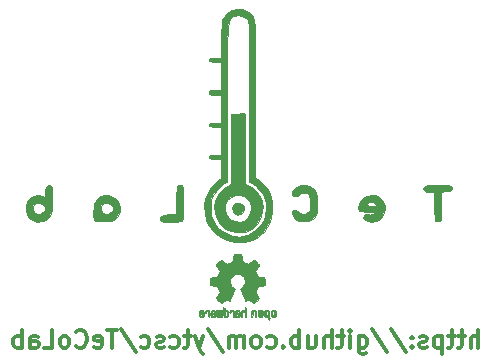
<source format=gbo>
G04 #@! TF.GenerationSoftware,KiCad,Pcbnew,5.1.5+dfsg1-2build2*
G04 #@! TF.CreationDate,2022-01-27T10:42:47-03:00*
G04 #@! TF.ProjectId,TeCoLab_Board,5465436f-4c61-4625-9f42-6f6172642e6b,1.00*
G04 #@! TF.SameCoordinates,Original*
G04 #@! TF.FileFunction,Legend,Bot*
G04 #@! TF.FilePolarity,Positive*
%FSLAX46Y46*%
G04 Gerber Fmt 4.6, Leading zero omitted, Abs format (unit mm)*
G04 Created by KiCad (PCBNEW 5.1.5+dfsg1-2build2) date 2022-01-27 10:42:47*
%MOMM*%
%LPD*%
G04 APERTURE LIST*
%ADD10C,0.300000*%
%ADD11C,0.010000*%
G04 APERTURE END LIST*
D10*
X161659337Y-125407811D02*
X161659337Y-123907811D01*
X161016480Y-125407811D02*
X161016480Y-124622097D01*
X161087908Y-124479240D01*
X161230765Y-124407811D01*
X161445051Y-124407811D01*
X161587908Y-124479240D01*
X161659337Y-124550668D01*
X160516480Y-124407811D02*
X159945051Y-124407811D01*
X160302194Y-123907811D02*
X160302194Y-125193525D01*
X160230765Y-125336382D01*
X160087908Y-125407811D01*
X159945051Y-125407811D01*
X159659337Y-124407811D02*
X159087908Y-124407811D01*
X159445051Y-123907811D02*
X159445051Y-125193525D01*
X159373622Y-125336382D01*
X159230765Y-125407811D01*
X159087908Y-125407811D01*
X158587908Y-124407811D02*
X158587908Y-125907811D01*
X158587908Y-124479240D02*
X158445051Y-124407811D01*
X158159337Y-124407811D01*
X158016480Y-124479240D01*
X157945051Y-124550668D01*
X157873622Y-124693525D01*
X157873622Y-125122097D01*
X157945051Y-125264954D01*
X158016480Y-125336382D01*
X158159337Y-125407811D01*
X158445051Y-125407811D01*
X158587908Y-125336382D01*
X157302194Y-125336382D02*
X157159337Y-125407811D01*
X156873622Y-125407811D01*
X156730765Y-125336382D01*
X156659337Y-125193525D01*
X156659337Y-125122097D01*
X156730765Y-124979240D01*
X156873622Y-124907811D01*
X157087908Y-124907811D01*
X157230765Y-124836382D01*
X157302194Y-124693525D01*
X157302194Y-124622097D01*
X157230765Y-124479240D01*
X157087908Y-124407811D01*
X156873622Y-124407811D01*
X156730765Y-124479240D01*
X156016480Y-125264954D02*
X155945051Y-125336382D01*
X156016480Y-125407811D01*
X156087908Y-125336382D01*
X156016480Y-125264954D01*
X156016480Y-125407811D01*
X156016480Y-124479240D02*
X155945051Y-124550668D01*
X156016480Y-124622097D01*
X156087908Y-124550668D01*
X156016480Y-124479240D01*
X156016480Y-124622097D01*
X154230765Y-123836382D02*
X155516480Y-125764954D01*
X152659337Y-123836382D02*
X153945051Y-125764954D01*
X151516480Y-124407811D02*
X151516480Y-125622097D01*
X151587908Y-125764954D01*
X151659337Y-125836382D01*
X151802194Y-125907811D01*
X152016480Y-125907811D01*
X152159337Y-125836382D01*
X151516480Y-125336382D02*
X151659337Y-125407811D01*
X151945051Y-125407811D01*
X152087908Y-125336382D01*
X152159337Y-125264954D01*
X152230765Y-125122097D01*
X152230765Y-124693525D01*
X152159337Y-124550668D01*
X152087908Y-124479240D01*
X151945051Y-124407811D01*
X151659337Y-124407811D01*
X151516480Y-124479240D01*
X150802194Y-125407811D02*
X150802194Y-124407811D01*
X150802194Y-123907811D02*
X150873622Y-123979240D01*
X150802194Y-124050668D01*
X150730765Y-123979240D01*
X150802194Y-123907811D01*
X150802194Y-124050668D01*
X150302194Y-124407811D02*
X149730765Y-124407811D01*
X150087908Y-123907811D02*
X150087908Y-125193525D01*
X150016480Y-125336382D01*
X149873622Y-125407811D01*
X149730765Y-125407811D01*
X149230765Y-125407811D02*
X149230765Y-123907811D01*
X148587908Y-125407811D02*
X148587908Y-124622097D01*
X148659337Y-124479240D01*
X148802194Y-124407811D01*
X149016480Y-124407811D01*
X149159337Y-124479240D01*
X149230765Y-124550668D01*
X147230765Y-124407811D02*
X147230765Y-125407811D01*
X147873622Y-124407811D02*
X147873622Y-125193525D01*
X147802194Y-125336382D01*
X147659337Y-125407811D01*
X147445051Y-125407811D01*
X147302194Y-125336382D01*
X147230765Y-125264954D01*
X146516480Y-125407811D02*
X146516480Y-123907811D01*
X146516480Y-124479240D02*
X146373622Y-124407811D01*
X146087908Y-124407811D01*
X145945051Y-124479240D01*
X145873622Y-124550668D01*
X145802194Y-124693525D01*
X145802194Y-125122097D01*
X145873622Y-125264954D01*
X145945051Y-125336382D01*
X146087908Y-125407811D01*
X146373622Y-125407811D01*
X146516480Y-125336382D01*
X145159337Y-125264954D02*
X145087908Y-125336382D01*
X145159337Y-125407811D01*
X145230765Y-125336382D01*
X145159337Y-125264954D01*
X145159337Y-125407811D01*
X143802194Y-125336382D02*
X143945051Y-125407811D01*
X144230765Y-125407811D01*
X144373622Y-125336382D01*
X144445051Y-125264954D01*
X144516480Y-125122097D01*
X144516480Y-124693525D01*
X144445051Y-124550668D01*
X144373622Y-124479240D01*
X144230765Y-124407811D01*
X143945051Y-124407811D01*
X143802194Y-124479240D01*
X142945051Y-125407811D02*
X143087908Y-125336382D01*
X143159337Y-125264954D01*
X143230765Y-125122097D01*
X143230765Y-124693525D01*
X143159337Y-124550668D01*
X143087908Y-124479240D01*
X142945051Y-124407811D01*
X142730765Y-124407811D01*
X142587908Y-124479240D01*
X142516480Y-124550668D01*
X142445051Y-124693525D01*
X142445051Y-125122097D01*
X142516480Y-125264954D01*
X142587908Y-125336382D01*
X142730765Y-125407811D01*
X142945051Y-125407811D01*
X141802194Y-125407811D02*
X141802194Y-124407811D01*
X141802194Y-124550668D02*
X141730765Y-124479240D01*
X141587908Y-124407811D01*
X141373622Y-124407811D01*
X141230765Y-124479240D01*
X141159337Y-124622097D01*
X141159337Y-125407811D01*
X141159337Y-124622097D02*
X141087908Y-124479240D01*
X140945051Y-124407811D01*
X140730765Y-124407811D01*
X140587908Y-124479240D01*
X140516480Y-124622097D01*
X140516480Y-125407811D01*
X138730765Y-123836382D02*
X140016480Y-125764954D01*
X138373622Y-124407811D02*
X138016480Y-125407811D01*
X137659337Y-124407811D02*
X138016480Y-125407811D01*
X138159337Y-125764954D01*
X138230765Y-125836382D01*
X138373622Y-125907811D01*
X137302194Y-124407811D02*
X136730765Y-124407811D01*
X137087908Y-123907811D02*
X137087908Y-125193525D01*
X137016480Y-125336382D01*
X136873622Y-125407811D01*
X136730765Y-125407811D01*
X135587908Y-125336382D02*
X135730765Y-125407811D01*
X136016480Y-125407811D01*
X136159337Y-125336382D01*
X136230765Y-125264954D01*
X136302194Y-125122097D01*
X136302194Y-124693525D01*
X136230765Y-124550668D01*
X136159337Y-124479240D01*
X136016480Y-124407811D01*
X135730765Y-124407811D01*
X135587908Y-124479240D01*
X135016480Y-125336382D02*
X134873622Y-125407811D01*
X134587908Y-125407811D01*
X134445051Y-125336382D01*
X134373622Y-125193525D01*
X134373622Y-125122097D01*
X134445051Y-124979240D01*
X134587908Y-124907811D01*
X134802194Y-124907811D01*
X134945051Y-124836382D01*
X135016480Y-124693525D01*
X135016480Y-124622097D01*
X134945051Y-124479240D01*
X134802194Y-124407811D01*
X134587908Y-124407811D01*
X134445051Y-124479240D01*
X133087908Y-125336382D02*
X133230765Y-125407811D01*
X133516480Y-125407811D01*
X133659337Y-125336382D01*
X133730765Y-125264954D01*
X133802194Y-125122097D01*
X133802194Y-124693525D01*
X133730765Y-124550668D01*
X133659337Y-124479240D01*
X133516480Y-124407811D01*
X133230765Y-124407811D01*
X133087908Y-124479240D01*
X131373622Y-123836382D02*
X132659337Y-125764954D01*
X131087908Y-123907811D02*
X130230765Y-123907811D01*
X130659337Y-125407811D02*
X130659337Y-123907811D01*
X129159337Y-125336382D02*
X129302194Y-125407811D01*
X129587908Y-125407811D01*
X129730765Y-125336382D01*
X129802194Y-125193525D01*
X129802194Y-124622097D01*
X129730765Y-124479240D01*
X129587908Y-124407811D01*
X129302194Y-124407811D01*
X129159337Y-124479240D01*
X129087908Y-124622097D01*
X129087908Y-124764954D01*
X129802194Y-124907811D01*
X127587908Y-125264954D02*
X127659337Y-125336382D01*
X127873622Y-125407811D01*
X128016480Y-125407811D01*
X128230765Y-125336382D01*
X128373622Y-125193525D01*
X128445051Y-125050668D01*
X128516480Y-124764954D01*
X128516480Y-124550668D01*
X128445051Y-124264954D01*
X128373622Y-124122097D01*
X128230765Y-123979240D01*
X128016480Y-123907811D01*
X127873622Y-123907811D01*
X127659337Y-123979240D01*
X127587908Y-124050668D01*
X126730765Y-125407811D02*
X126873622Y-125336382D01*
X126945051Y-125264954D01*
X127016480Y-125122097D01*
X127016480Y-124693525D01*
X126945051Y-124550668D01*
X126873622Y-124479240D01*
X126730765Y-124407811D01*
X126516480Y-124407811D01*
X126373622Y-124479240D01*
X126302194Y-124550668D01*
X126230765Y-124693525D01*
X126230765Y-125122097D01*
X126302194Y-125264954D01*
X126373622Y-125336382D01*
X126516480Y-125407811D01*
X126730765Y-125407811D01*
X124873622Y-125407811D02*
X125587908Y-125407811D01*
X125587908Y-123907811D01*
X123730765Y-125407811D02*
X123730765Y-124622097D01*
X123802194Y-124479240D01*
X123945051Y-124407811D01*
X124230765Y-124407811D01*
X124373622Y-124479240D01*
X123730765Y-125336382D02*
X123873622Y-125407811D01*
X124230765Y-125407811D01*
X124373622Y-125336382D01*
X124445051Y-125193525D01*
X124445051Y-125050668D01*
X124373622Y-124907811D01*
X124230765Y-124836382D01*
X123873622Y-124836382D01*
X123730765Y-124764954D01*
X123016480Y-125407811D02*
X123016480Y-123907811D01*
X123016480Y-124479240D02*
X122873622Y-124407811D01*
X122587908Y-124407811D01*
X122445051Y-124479240D01*
X122373622Y-124550668D01*
X122302194Y-124693525D01*
X122302194Y-125122097D01*
X122373622Y-125264954D01*
X122445051Y-125336382D01*
X122587908Y-125407811D01*
X122873622Y-125407811D01*
X123016480Y-125336382D01*
D11*
G36*
X140806967Y-96837598D02*
G01*
X140400466Y-97107941D01*
X140193701Y-97329394D01*
X139933680Y-97654494D01*
X139907382Y-99255561D01*
X139881084Y-100856627D01*
X139378215Y-100856627D01*
X139096231Y-100862931D01*
X138944488Y-100890574D01*
X138884097Y-100952652D01*
X138875347Y-101025960D01*
X138893883Y-101120536D01*
X138975307Y-101171640D01*
X139158345Y-101192180D01*
X139383347Y-101195294D01*
X139891347Y-101195294D01*
X139891347Y-103565960D01*
X139383347Y-103565960D01*
X139101807Y-103570442D01*
X138949803Y-103594932D01*
X138887575Y-103655998D01*
X138875358Y-103770208D01*
X138875347Y-103777627D01*
X138886103Y-103894935D01*
X138944880Y-103958270D01*
X139091439Y-103984199D01*
X139365541Y-103989289D01*
X139383347Y-103989294D01*
X139891347Y-103989294D01*
X139891347Y-106359960D01*
X139383347Y-106359960D01*
X139099619Y-106366139D01*
X138946307Y-106393280D01*
X138884686Y-106454293D01*
X138875347Y-106529294D01*
X138893883Y-106623870D01*
X138975307Y-106674974D01*
X139158345Y-106695514D01*
X139383347Y-106698627D01*
X139891347Y-106698627D01*
X139891347Y-109069294D01*
X139383347Y-109069294D01*
X139099619Y-109075472D01*
X138946307Y-109102613D01*
X138884686Y-109163626D01*
X138875347Y-109238627D01*
X138882197Y-109333578D01*
X138927363Y-109389202D01*
X139047770Y-109417950D01*
X139280344Y-109432273D01*
X139468014Y-109438468D01*
X139849014Y-109450294D01*
X139873246Y-110275794D01*
X139876531Y-110654757D01*
X139862985Y-110933014D01*
X139834508Y-111082977D01*
X139816431Y-111101294D01*
X139690767Y-111165173D01*
X139500217Y-111333495D01*
X139275999Y-111571286D01*
X139049333Y-111843571D01*
X138851441Y-112115376D01*
X138729919Y-112318453D01*
X138541800Y-112843904D01*
X138459241Y-113441606D01*
X138485286Y-114049035D01*
X138619117Y-114593511D01*
X138882713Y-115098138D01*
X139266180Y-115580769D01*
X139722621Y-115990046D01*
X140117512Y-116234429D01*
X140611633Y-116408208D01*
X141167833Y-116494513D01*
X141722387Y-116489309D01*
X142211572Y-116388562D01*
X142262014Y-116370184D01*
X142713567Y-116176555D01*
X143054461Y-115976742D01*
X143340758Y-115734938D01*
X143471210Y-115597923D01*
X143792939Y-115197227D01*
X144004733Y-114807814D01*
X144128781Y-114373254D01*
X144187276Y-113837117D01*
X144190717Y-113768294D01*
X144189969Y-113692721D01*
X143705890Y-113692721D01*
X143625882Y-114247672D01*
X143482577Y-114639727D01*
X143145434Y-115145191D01*
X142700879Y-115553089D01*
X142181269Y-115842093D01*
X141618961Y-115990878D01*
X141409548Y-116006063D01*
X141144495Y-115984422D01*
X140822123Y-115922885D01*
X140681609Y-115885509D01*
X140131793Y-115638022D01*
X139650422Y-115256239D01*
X139277949Y-114772867D01*
X139254593Y-114731738D01*
X139122506Y-114471344D01*
X139046435Y-114241868D01*
X139011784Y-113977338D01*
X139003958Y-113611779D01*
X139003984Y-113598960D01*
X139015072Y-113213932D01*
X139055105Y-112931578D01*
X139137562Y-112685945D01*
X139228922Y-112498294D01*
X139584624Y-111978259D01*
X140055104Y-111568147D01*
X140166514Y-111495763D01*
X140399347Y-111351390D01*
X140399347Y-104698637D01*
X140399208Y-103439416D01*
X140399359Y-102338492D01*
X140400653Y-101384829D01*
X140403944Y-100567391D01*
X140410085Y-99875143D01*
X140419930Y-99297049D01*
X140434333Y-98822074D01*
X140454145Y-98439181D01*
X140480221Y-98137336D01*
X140513415Y-97905503D01*
X140554579Y-97732646D01*
X140604567Y-97607728D01*
X140664232Y-97519716D01*
X140734428Y-97457573D01*
X140816007Y-97410263D01*
X140909825Y-97366751D01*
X140968403Y-97339750D01*
X141328261Y-97255921D01*
X141691153Y-97319812D01*
X142005336Y-97518916D01*
X142088138Y-97610416D01*
X142119719Y-97653275D01*
X142147224Y-97703673D01*
X142170935Y-97772911D01*
X142191133Y-97872294D01*
X142208101Y-98013124D01*
X142222119Y-98206705D01*
X142233469Y-98464339D01*
X142242433Y-98797330D01*
X142249292Y-99216981D01*
X142254328Y-99734596D01*
X142257821Y-100361476D01*
X142260055Y-101108927D01*
X142261310Y-101988249D01*
X142261868Y-103010748D01*
X142262010Y-104187725D01*
X142262014Y-104591204D01*
X142262014Y-111350945D01*
X142494847Y-111473141D01*
X142806071Y-111695709D01*
X143123639Y-112019657D01*
X143395919Y-112387264D01*
X143525522Y-112625294D01*
X143672903Y-113130049D01*
X143705890Y-113692721D01*
X144189969Y-113692721D01*
X144184529Y-113143806D01*
X144091255Y-112628648D01*
X143893634Y-112177880D01*
X143574406Y-111746565D01*
X143307528Y-111468905D01*
X142770014Y-110947516D01*
X142770014Y-104369700D01*
X142770219Y-103120779D01*
X142770213Y-102029895D01*
X142769067Y-101085753D01*
X142765851Y-100277058D01*
X142759636Y-99592515D01*
X142749491Y-99020831D01*
X142734486Y-98550708D01*
X142713693Y-98170854D01*
X142686180Y-97869973D01*
X142651019Y-97636770D01*
X142607279Y-97459951D01*
X142554031Y-97328220D01*
X142490345Y-97230282D01*
X142415291Y-97154844D01*
X142327940Y-97090609D01*
X142227361Y-97026284D01*
X142162033Y-96984110D01*
X141707530Y-96772212D01*
X141249248Y-96724531D01*
X140806967Y-96837598D01*
G37*
X140806967Y-96837598D02*
X140400466Y-97107941D01*
X140193701Y-97329394D01*
X139933680Y-97654494D01*
X139907382Y-99255561D01*
X139881084Y-100856627D01*
X139378215Y-100856627D01*
X139096231Y-100862931D01*
X138944488Y-100890574D01*
X138884097Y-100952652D01*
X138875347Y-101025960D01*
X138893883Y-101120536D01*
X138975307Y-101171640D01*
X139158345Y-101192180D01*
X139383347Y-101195294D01*
X139891347Y-101195294D01*
X139891347Y-103565960D01*
X139383347Y-103565960D01*
X139101807Y-103570442D01*
X138949803Y-103594932D01*
X138887575Y-103655998D01*
X138875358Y-103770208D01*
X138875347Y-103777627D01*
X138886103Y-103894935D01*
X138944880Y-103958270D01*
X139091439Y-103984199D01*
X139365541Y-103989289D01*
X139383347Y-103989294D01*
X139891347Y-103989294D01*
X139891347Y-106359960D01*
X139383347Y-106359960D01*
X139099619Y-106366139D01*
X138946307Y-106393280D01*
X138884686Y-106454293D01*
X138875347Y-106529294D01*
X138893883Y-106623870D01*
X138975307Y-106674974D01*
X139158345Y-106695514D01*
X139383347Y-106698627D01*
X139891347Y-106698627D01*
X139891347Y-109069294D01*
X139383347Y-109069294D01*
X139099619Y-109075472D01*
X138946307Y-109102613D01*
X138884686Y-109163626D01*
X138875347Y-109238627D01*
X138882197Y-109333578D01*
X138927363Y-109389202D01*
X139047770Y-109417950D01*
X139280344Y-109432273D01*
X139468014Y-109438468D01*
X139849014Y-109450294D01*
X139873246Y-110275794D01*
X139876531Y-110654757D01*
X139862985Y-110933014D01*
X139834508Y-111082977D01*
X139816431Y-111101294D01*
X139690767Y-111165173D01*
X139500217Y-111333495D01*
X139275999Y-111571286D01*
X139049333Y-111843571D01*
X138851441Y-112115376D01*
X138729919Y-112318453D01*
X138541800Y-112843904D01*
X138459241Y-113441606D01*
X138485286Y-114049035D01*
X138619117Y-114593511D01*
X138882713Y-115098138D01*
X139266180Y-115580769D01*
X139722621Y-115990046D01*
X140117512Y-116234429D01*
X140611633Y-116408208D01*
X141167833Y-116494513D01*
X141722387Y-116489309D01*
X142211572Y-116388562D01*
X142262014Y-116370184D01*
X142713567Y-116176555D01*
X143054461Y-115976742D01*
X143340758Y-115734938D01*
X143471210Y-115597923D01*
X143792939Y-115197227D01*
X144004733Y-114807814D01*
X144128781Y-114373254D01*
X144187276Y-113837117D01*
X144190717Y-113768294D01*
X144189969Y-113692721D01*
X143705890Y-113692721D01*
X143625882Y-114247672D01*
X143482577Y-114639727D01*
X143145434Y-115145191D01*
X142700879Y-115553089D01*
X142181269Y-115842093D01*
X141618961Y-115990878D01*
X141409548Y-116006063D01*
X141144495Y-115984422D01*
X140822123Y-115922885D01*
X140681609Y-115885509D01*
X140131793Y-115638022D01*
X139650422Y-115256239D01*
X139277949Y-114772867D01*
X139254593Y-114731738D01*
X139122506Y-114471344D01*
X139046435Y-114241868D01*
X139011784Y-113977338D01*
X139003958Y-113611779D01*
X139003984Y-113598960D01*
X139015072Y-113213932D01*
X139055105Y-112931578D01*
X139137562Y-112685945D01*
X139228922Y-112498294D01*
X139584624Y-111978259D01*
X140055104Y-111568147D01*
X140166514Y-111495763D01*
X140399347Y-111351390D01*
X140399347Y-104698637D01*
X140399208Y-103439416D01*
X140399359Y-102338492D01*
X140400653Y-101384829D01*
X140403944Y-100567391D01*
X140410085Y-99875143D01*
X140419930Y-99297049D01*
X140434333Y-98822074D01*
X140454145Y-98439181D01*
X140480221Y-98137336D01*
X140513415Y-97905503D01*
X140554579Y-97732646D01*
X140604567Y-97607728D01*
X140664232Y-97519716D01*
X140734428Y-97457573D01*
X140816007Y-97410263D01*
X140909825Y-97366751D01*
X140968403Y-97339750D01*
X141328261Y-97255921D01*
X141691153Y-97319812D01*
X142005336Y-97518916D01*
X142088138Y-97610416D01*
X142119719Y-97653275D01*
X142147224Y-97703673D01*
X142170935Y-97772911D01*
X142191133Y-97872294D01*
X142208101Y-98013124D01*
X142222119Y-98206705D01*
X142233469Y-98464339D01*
X142242433Y-98797330D01*
X142249292Y-99216981D01*
X142254328Y-99734596D01*
X142257821Y-100361476D01*
X142260055Y-101108927D01*
X142261310Y-101988249D01*
X142261868Y-103010748D01*
X142262010Y-104187725D01*
X142262014Y-104591204D01*
X142262014Y-111350945D01*
X142494847Y-111473141D01*
X142806071Y-111695709D01*
X143123639Y-112019657D01*
X143395919Y-112387264D01*
X143525522Y-112625294D01*
X143672903Y-113130049D01*
X143705890Y-113692721D01*
X144189969Y-113692721D01*
X144184529Y-113143806D01*
X144091255Y-112628648D01*
X143893634Y-112177880D01*
X143574406Y-111746565D01*
X143307528Y-111468905D01*
X142770014Y-110947516D01*
X142770014Y-104369700D01*
X142770219Y-103120779D01*
X142770213Y-102029895D01*
X142769067Y-101085753D01*
X142765851Y-100277058D01*
X142759636Y-99592515D01*
X142749491Y-99020831D01*
X142734486Y-98550708D01*
X142713693Y-98170854D01*
X142686180Y-97869973D01*
X142651019Y-97636770D01*
X142607279Y-97459951D01*
X142554031Y-97328220D01*
X142490345Y-97230282D01*
X142415291Y-97154844D01*
X142327940Y-97090609D01*
X142227361Y-97026284D01*
X142162033Y-96984110D01*
X141707530Y-96772212D01*
X141249248Y-96724531D01*
X140806967Y-96837598D01*
G36*
X157720593Y-111616563D02*
G01*
X157368515Y-111642999D01*
X157145567Y-111695543D01*
X157031865Y-111781137D01*
X157007530Y-111906722D01*
X157033641Y-112024100D01*
X157109932Y-112136015D01*
X157276999Y-112196175D01*
X157485136Y-112218663D01*
X157883014Y-112244294D01*
X157925347Y-113471960D01*
X157967680Y-114699627D01*
X158189698Y-114725374D01*
X158393526Y-114696826D01*
X158464865Y-114612616D01*
X158484636Y-114479448D01*
X158501073Y-114213228D01*
X158512656Y-113850226D01*
X158517869Y-113426711D01*
X158518014Y-113342674D01*
X158518014Y-112211238D01*
X158911508Y-112185432D01*
X159219151Y-112128836D01*
X159398961Y-112016855D01*
X159435771Y-111864093D01*
X159370570Y-111743390D01*
X159291526Y-111684856D01*
X159150212Y-111645559D01*
X158917891Y-111622144D01*
X158565823Y-111611257D01*
X158221680Y-111609294D01*
X157720593Y-111616563D01*
G37*
X157720593Y-111616563D02*
X157368515Y-111642999D01*
X157145567Y-111695543D01*
X157031865Y-111781137D01*
X157007530Y-111906722D01*
X157033641Y-112024100D01*
X157109932Y-112136015D01*
X157276999Y-112196175D01*
X157485136Y-112218663D01*
X157883014Y-112244294D01*
X157925347Y-113471960D01*
X157967680Y-114699627D01*
X158189698Y-114725374D01*
X158393526Y-114696826D01*
X158464865Y-114612616D01*
X158484636Y-114479448D01*
X158501073Y-114213228D01*
X158512656Y-113850226D01*
X158517869Y-113426711D01*
X158518014Y-113342674D01*
X158518014Y-112211238D01*
X158911508Y-112185432D01*
X159219151Y-112128836D01*
X159398961Y-112016855D01*
X159435771Y-111864093D01*
X159370570Y-111743390D01*
X159291526Y-111684856D01*
X159150212Y-111645559D01*
X158917891Y-111622144D01*
X158565823Y-111611257D01*
X158221680Y-111609294D01*
X157720593Y-111616563D01*
G36*
X152251598Y-112526007D02*
G01*
X151908866Y-112716440D01*
X151654890Y-112997753D01*
X151520630Y-113340120D01*
X151509943Y-113556627D01*
X151533014Y-113852960D01*
X152287593Y-113895294D01*
X152643579Y-113918903D01*
X152853927Y-113944626D01*
X152942295Y-113978300D01*
X152932335Y-114025762D01*
X152907979Y-114048389D01*
X152723901Y-114117668D01*
X152430814Y-114136141D01*
X152365066Y-114133056D01*
X152118002Y-114124903D01*
X151992094Y-114154720D01*
X151940179Y-114241981D01*
X151927140Y-114313883D01*
X151965754Y-114536022D01*
X152049155Y-114631383D01*
X152284051Y-114719893D01*
X152602416Y-114739057D01*
X152934807Y-114692278D01*
X153211785Y-114582960D01*
X153226347Y-114573684D01*
X153506369Y-114307529D01*
X153702390Y-113961114D01*
X153776364Y-113601770D01*
X153776364Y-113600281D01*
X153727948Y-113381660D01*
X153141680Y-113381660D01*
X152654847Y-113384477D01*
X152393333Y-113373117D01*
X152216620Y-113340800D01*
X152168014Y-113305606D01*
X152238745Y-113201817D01*
X152402971Y-113102973D01*
X152588741Y-113050097D01*
X152618735Y-113048627D01*
X152768479Y-113099632D01*
X152941801Y-113215143D01*
X153141680Y-113381660D01*
X153727948Y-113381660D01*
X153700157Y-113256175D01*
X153499083Y-112929817D01*
X153213200Y-112661971D01*
X152882569Y-112493400D01*
X152652128Y-112456277D01*
X152251598Y-112526007D01*
G37*
X152251598Y-112526007D02*
X151908866Y-112716440D01*
X151654890Y-112997753D01*
X151520630Y-113340120D01*
X151509943Y-113556627D01*
X151533014Y-113852960D01*
X152287593Y-113895294D01*
X152643579Y-113918903D01*
X152853927Y-113944626D01*
X152942295Y-113978300D01*
X152932335Y-114025762D01*
X152907979Y-114048389D01*
X152723901Y-114117668D01*
X152430814Y-114136141D01*
X152365066Y-114133056D01*
X152118002Y-114124903D01*
X151992094Y-114154720D01*
X151940179Y-114241981D01*
X151927140Y-114313883D01*
X151965754Y-114536022D01*
X152049155Y-114631383D01*
X152284051Y-114719893D01*
X152602416Y-114739057D01*
X152934807Y-114692278D01*
X153211785Y-114582960D01*
X153226347Y-114573684D01*
X153506369Y-114307529D01*
X153702390Y-113961114D01*
X153776364Y-113601770D01*
X153776364Y-113600281D01*
X153727948Y-113381660D01*
X153141680Y-113381660D01*
X152654847Y-113384477D01*
X152393333Y-113373117D01*
X152216620Y-113340800D01*
X152168014Y-113305606D01*
X152238745Y-113201817D01*
X152402971Y-113102973D01*
X152588741Y-113050097D01*
X152618735Y-113048627D01*
X152768479Y-113099632D01*
X152941801Y-113215143D01*
X153141680Y-113381660D01*
X153727948Y-113381660D01*
X153700157Y-113256175D01*
X153499083Y-112929817D01*
X153213200Y-112661971D01*
X152882569Y-112493400D01*
X152652128Y-112456277D01*
X152251598Y-112526007D01*
G36*
X146634931Y-111665353D02*
G01*
X146287422Y-111778792D01*
X146012509Y-111967185D01*
X145858359Y-112208223D01*
X145853352Y-112422100D01*
X145963233Y-112562339D01*
X146142653Y-112610046D01*
X146346260Y-112546328D01*
X146453014Y-112455960D01*
X146679346Y-112318376D01*
X146884669Y-112286627D01*
X147137999Y-112336321D01*
X147306175Y-112496502D01*
X147399093Y-112783816D01*
X147426680Y-113198314D01*
X147416423Y-113513794D01*
X147374951Y-113718005D01*
X147286219Y-113868332D01*
X147218862Y-113941475D01*
X146965824Y-114115521D01*
X146720636Y-114120666D01*
X146478723Y-113956888D01*
X146460429Y-113937627D01*
X146233676Y-113759783D01*
X146036235Y-113748181D01*
X145906052Y-113848897D01*
X145843938Y-114044650D01*
X145935548Y-114281505D01*
X146115151Y-114488716D01*
X146397112Y-114651992D01*
X146760371Y-114726529D01*
X147139381Y-114707909D01*
X147468597Y-114591716D01*
X147486070Y-114581084D01*
X147724467Y-114391297D01*
X147883612Y-114153834D01*
X147976339Y-113834449D01*
X148015479Y-113398890D01*
X148019031Y-113158665D01*
X147992808Y-112640307D01*
X147906436Y-112257366D01*
X147747597Y-111982823D01*
X147503974Y-111789659D01*
X147364355Y-111722484D01*
X147009191Y-111641654D01*
X146634931Y-111665353D01*
G37*
X146634931Y-111665353D02*
X146287422Y-111778792D01*
X146012509Y-111967185D01*
X145858359Y-112208223D01*
X145853352Y-112422100D01*
X145963233Y-112562339D01*
X146142653Y-112610046D01*
X146346260Y-112546328D01*
X146453014Y-112455960D01*
X146679346Y-112318376D01*
X146884669Y-112286627D01*
X147137999Y-112336321D01*
X147306175Y-112496502D01*
X147399093Y-112783816D01*
X147426680Y-113198314D01*
X147416423Y-113513794D01*
X147374951Y-113718005D01*
X147286219Y-113868332D01*
X147218862Y-113941475D01*
X146965824Y-114115521D01*
X146720636Y-114120666D01*
X146478723Y-113956888D01*
X146460429Y-113937627D01*
X146233676Y-113759783D01*
X146036235Y-113748181D01*
X145906052Y-113848897D01*
X145843938Y-114044650D01*
X145935548Y-114281505D01*
X146115151Y-114488716D01*
X146397112Y-114651992D01*
X146760371Y-114726529D01*
X147139381Y-114707909D01*
X147468597Y-114591716D01*
X147486070Y-114581084D01*
X147724467Y-114391297D01*
X147883612Y-114153834D01*
X147976339Y-113834449D01*
X148015479Y-113398890D01*
X148019031Y-113158665D01*
X147992808Y-112640307D01*
X147906436Y-112257366D01*
X147747597Y-111982823D01*
X147503974Y-111789659D01*
X147364355Y-111722484D01*
X147009191Y-111641654D01*
X146634931Y-111665353D01*
G36*
X136239250Y-111661738D02*
G01*
X136162071Y-111788376D01*
X136111586Y-112022292D01*
X136081062Y-112383476D01*
X136063768Y-112891918D01*
X136062515Y-112951223D01*
X136039014Y-114106960D01*
X135446347Y-114130952D01*
X135037662Y-114171902D01*
X134786708Y-114257899D01*
X134686888Y-114393136D01*
X134731600Y-114581806D01*
X134732940Y-114584323D01*
X134792569Y-114658006D01*
X134898669Y-114704705D01*
X135085168Y-114730290D01*
X135385994Y-114740630D01*
X135644059Y-114741960D01*
X136094454Y-114730769D01*
X136406586Y-114698248D01*
X136566051Y-114645972D01*
X136572414Y-114640360D01*
X136615151Y-114527854D01*
X136645766Y-114281394D01*
X136664963Y-113890470D01*
X136673446Y-113344574D01*
X136674014Y-113122066D01*
X136673017Y-112601504D01*
X136668079Y-112225460D01*
X136656275Y-111969123D01*
X136634682Y-111807681D01*
X136600378Y-111716321D01*
X136550438Y-111670231D01*
X136500618Y-111650337D01*
X136349855Y-111622388D01*
X136239250Y-111661738D01*
G37*
X136239250Y-111661738D02*
X136162071Y-111788376D01*
X136111586Y-112022292D01*
X136081062Y-112383476D01*
X136063768Y-112891918D01*
X136062515Y-112951223D01*
X136039014Y-114106960D01*
X135446347Y-114130952D01*
X135037662Y-114171902D01*
X134786708Y-114257899D01*
X134686888Y-114393136D01*
X134731600Y-114581806D01*
X134732940Y-114584323D01*
X134792569Y-114658006D01*
X134898669Y-114704705D01*
X135085168Y-114730290D01*
X135385994Y-114740630D01*
X135644059Y-114741960D01*
X136094454Y-114730769D01*
X136406586Y-114698248D01*
X136566051Y-114645972D01*
X136572414Y-114640360D01*
X136615151Y-114527854D01*
X136645766Y-114281394D01*
X136664963Y-113890470D01*
X136673446Y-113344574D01*
X136674014Y-113122066D01*
X136673017Y-112601504D01*
X136668079Y-112225460D01*
X136656275Y-111969123D01*
X136634682Y-111807681D01*
X136600378Y-111716321D01*
X136550438Y-111670231D01*
X136500618Y-111650337D01*
X136349855Y-111622388D01*
X136239250Y-111661738D01*
G36*
X129932720Y-112508146D02*
G01*
X129564521Y-112688255D01*
X129259543Y-113011813D01*
X129222890Y-113069020D01*
X129135444Y-113292590D01*
X129076590Y-113598282D01*
X129048354Y-113935857D01*
X129052763Y-114255075D01*
X129091842Y-114505697D01*
X129159847Y-114632264D01*
X129291920Y-114673147D01*
X129542223Y-114706506D01*
X129859656Y-114725813D01*
X129900680Y-114726894D01*
X130279537Y-114723521D01*
X130544621Y-114687047D01*
X130749766Y-114608505D01*
X130806737Y-114575968D01*
X131105194Y-114305840D01*
X131279529Y-113961270D01*
X131330890Y-113581161D01*
X131323469Y-113541477D01*
X130729615Y-113541477D01*
X130708625Y-113727258D01*
X130545647Y-113935335D01*
X130539529Y-113941475D01*
X130322001Y-114110264D01*
X130127460Y-114129363D01*
X129907988Y-114002855D01*
X129899477Y-113996011D01*
X129749140Y-113779754D01*
X129715221Y-113513795D01*
X129806193Y-113272600D01*
X129815797Y-113260554D01*
X130003719Y-113150769D01*
X130253592Y-113136624D01*
X130491648Y-113212502D01*
X130615546Y-113321466D01*
X130729615Y-113541477D01*
X131323469Y-113541477D01*
X131260429Y-113204415D01*
X131069295Y-112869935D01*
X130758638Y-112616623D01*
X130748668Y-112611307D01*
X130336611Y-112479744D01*
X129932720Y-112508146D01*
G37*
X129932720Y-112508146D02*
X129564521Y-112688255D01*
X129259543Y-113011813D01*
X129222890Y-113069020D01*
X129135444Y-113292590D01*
X129076590Y-113598282D01*
X129048354Y-113935857D01*
X129052763Y-114255075D01*
X129091842Y-114505697D01*
X129159847Y-114632264D01*
X129291920Y-114673147D01*
X129542223Y-114706506D01*
X129859656Y-114725813D01*
X129900680Y-114726894D01*
X130279537Y-114723521D01*
X130544621Y-114687047D01*
X130749766Y-114608505D01*
X130806737Y-114575968D01*
X131105194Y-114305840D01*
X131279529Y-113961270D01*
X131330890Y-113581161D01*
X131323469Y-113541477D01*
X130729615Y-113541477D01*
X130708625Y-113727258D01*
X130545647Y-113935335D01*
X130539529Y-113941475D01*
X130322001Y-114110264D01*
X130127460Y-114129363D01*
X129907988Y-114002855D01*
X129899477Y-113996011D01*
X129749140Y-113779754D01*
X129715221Y-113513795D01*
X129806193Y-113272600D01*
X129815797Y-113260554D01*
X130003719Y-113150769D01*
X130253592Y-113136624D01*
X130491648Y-113212502D01*
X130615546Y-113321466D01*
X130729615Y-113541477D01*
X131323469Y-113541477D01*
X131260429Y-113204415D01*
X131069295Y-112869935D01*
X130758638Y-112616623D01*
X130748668Y-112611307D01*
X130336611Y-112479744D01*
X129932720Y-112508146D01*
G36*
X125136614Y-111698685D02*
G01*
X125042067Y-111924527D01*
X125006960Y-112183638D01*
X124981572Y-112613542D01*
X124729667Y-112525727D01*
X124350682Y-112471527D01*
X123999637Y-112559655D01*
X123699295Y-112763189D01*
X123472415Y-113055202D01*
X123341759Y-113408770D01*
X123330088Y-113796968D01*
X123409871Y-114086968D01*
X123629034Y-114409638D01*
X123949385Y-114629013D01*
X124329212Y-114732650D01*
X124726804Y-114708107D01*
X125049403Y-114576055D01*
X125253847Y-114427586D01*
X125399734Y-114251071D01*
X125496284Y-114016692D01*
X125552716Y-113694635D01*
X125561613Y-113541477D01*
X124972281Y-113541477D01*
X124951292Y-113727258D01*
X124788313Y-113935335D01*
X124782196Y-113941475D01*
X124564667Y-114110264D01*
X124370127Y-114129363D01*
X124150655Y-114002855D01*
X124142144Y-113996011D01*
X123991806Y-113779754D01*
X123957887Y-113513795D01*
X124048859Y-113272600D01*
X124058464Y-113260554D01*
X124246385Y-113150769D01*
X124496259Y-113136624D01*
X124734314Y-113212502D01*
X124858213Y-113321466D01*
X124972281Y-113541477D01*
X125561613Y-113541477D01*
X125578251Y-113255083D01*
X125582680Y-112851532D01*
X125578842Y-112392116D01*
X125565135Y-112073358D01*
X125538267Y-111866713D01*
X125494949Y-111743634D01*
X125448584Y-111688070D01*
X125275831Y-111615702D01*
X125136614Y-111698685D01*
G37*
X125136614Y-111698685D02*
X125042067Y-111924527D01*
X125006960Y-112183638D01*
X124981572Y-112613542D01*
X124729667Y-112525727D01*
X124350682Y-112471527D01*
X123999637Y-112559655D01*
X123699295Y-112763189D01*
X123472415Y-113055202D01*
X123341759Y-113408770D01*
X123330088Y-113796968D01*
X123409871Y-114086968D01*
X123629034Y-114409638D01*
X123949385Y-114629013D01*
X124329212Y-114732650D01*
X124726804Y-114708107D01*
X125049403Y-114576055D01*
X125253847Y-114427586D01*
X125399734Y-114251071D01*
X125496284Y-114016692D01*
X125552716Y-113694635D01*
X125561613Y-113541477D01*
X124972281Y-113541477D01*
X124951292Y-113727258D01*
X124788313Y-113935335D01*
X124782196Y-113941475D01*
X124564667Y-114110264D01*
X124370127Y-114129363D01*
X124150655Y-114002855D01*
X124142144Y-113996011D01*
X123991806Y-113779754D01*
X123957887Y-113513795D01*
X124048859Y-113272600D01*
X124058464Y-113260554D01*
X124246385Y-113150769D01*
X124496259Y-113136624D01*
X124734314Y-113212502D01*
X124858213Y-113321466D01*
X124972281Y-113541477D01*
X125561613Y-113541477D01*
X125578251Y-113255083D01*
X125582680Y-112851532D01*
X125578842Y-112392116D01*
X125565135Y-112073358D01*
X125538267Y-111866713D01*
X125494949Y-111743634D01*
X125448584Y-111688070D01*
X125275831Y-111615702D01*
X125136614Y-111698685D01*
G36*
X141297963Y-105583919D02*
G01*
X140742480Y-105612211D01*
X140741548Y-108335586D01*
X140741280Y-109010926D01*
X140740960Y-109642448D01*
X140740603Y-110207395D01*
X140740228Y-110683011D01*
X140739852Y-111046539D01*
X140739490Y-111275224D01*
X140739315Y-111332991D01*
X140709449Y-111536953D01*
X140589666Y-111661196D01*
X140462847Y-111722646D01*
X140163504Y-111905164D01*
X139852655Y-112184425D01*
X139589395Y-112503257D01*
X139493793Y-112660189D01*
X139368944Y-113031698D01*
X139316853Y-113487074D01*
X139340859Y-113955731D01*
X139416608Y-114291311D01*
X139637275Y-114721820D01*
X139982616Y-115116142D01*
X140408441Y-115425489D01*
X140476576Y-115461571D01*
X140783253Y-115564932D01*
X141172357Y-115628217D01*
X141568494Y-115644619D01*
X141896276Y-115607330D01*
X141943325Y-115594029D01*
X142473673Y-115339681D01*
X142896361Y-114964526D01*
X143196596Y-114489349D01*
X143359587Y-113934936D01*
X143379119Y-113655964D01*
X142431031Y-113655964D01*
X142360556Y-114039382D01*
X142169924Y-114377037D01*
X141891257Y-114617561D01*
X141803253Y-114659931D01*
X141471478Y-114729600D01*
X141098436Y-114714479D01*
X140773324Y-114619903D01*
X140728112Y-114595643D01*
X140537971Y-114427793D01*
X140356246Y-114181083D01*
X140303982Y-114084859D01*
X140178298Y-113665499D01*
X140219939Y-113271962D01*
X140409048Y-112928524D01*
X140728551Y-112635445D01*
X141087295Y-112486221D01*
X141455428Y-112470112D01*
X141803098Y-112576379D01*
X142100451Y-112794281D01*
X142317634Y-113113078D01*
X142424796Y-113522031D01*
X142431031Y-113655964D01*
X143379119Y-113655964D01*
X143385308Y-113567577D01*
X143305849Y-112991258D01*
X143089168Y-112480404D01*
X142750842Y-112060476D01*
X142306447Y-111756935D01*
X142266184Y-111738174D01*
X141923347Y-111583576D01*
X141923347Y-108604879D01*
X141922389Y-107911876D01*
X141919663Y-107274003D01*
X141915396Y-106710676D01*
X141909812Y-106241307D01*
X141903136Y-105885310D01*
X141895593Y-105662098D01*
X141888396Y-105590905D01*
X141792401Y-105576897D01*
X141575326Y-105574602D01*
X141297963Y-105583919D01*
G37*
X141297963Y-105583919D02*
X140742480Y-105612211D01*
X140741548Y-108335586D01*
X140741280Y-109010926D01*
X140740960Y-109642448D01*
X140740603Y-110207395D01*
X140740228Y-110683011D01*
X140739852Y-111046539D01*
X140739490Y-111275224D01*
X140739315Y-111332991D01*
X140709449Y-111536953D01*
X140589666Y-111661196D01*
X140462847Y-111722646D01*
X140163504Y-111905164D01*
X139852655Y-112184425D01*
X139589395Y-112503257D01*
X139493793Y-112660189D01*
X139368944Y-113031698D01*
X139316853Y-113487074D01*
X139340859Y-113955731D01*
X139416608Y-114291311D01*
X139637275Y-114721820D01*
X139982616Y-115116142D01*
X140408441Y-115425489D01*
X140476576Y-115461571D01*
X140783253Y-115564932D01*
X141172357Y-115628217D01*
X141568494Y-115644619D01*
X141896276Y-115607330D01*
X141943325Y-115594029D01*
X142473673Y-115339681D01*
X142896361Y-114964526D01*
X143196596Y-114489349D01*
X143359587Y-113934936D01*
X143379119Y-113655964D01*
X142431031Y-113655964D01*
X142360556Y-114039382D01*
X142169924Y-114377037D01*
X141891257Y-114617561D01*
X141803253Y-114659931D01*
X141471478Y-114729600D01*
X141098436Y-114714479D01*
X140773324Y-114619903D01*
X140728112Y-114595643D01*
X140537971Y-114427793D01*
X140356246Y-114181083D01*
X140303982Y-114084859D01*
X140178298Y-113665499D01*
X140219939Y-113271962D01*
X140409048Y-112928524D01*
X140728551Y-112635445D01*
X141087295Y-112486221D01*
X141455428Y-112470112D01*
X141803098Y-112576379D01*
X142100451Y-112794281D01*
X142317634Y-113113078D01*
X142424796Y-113522031D01*
X142431031Y-113655964D01*
X143379119Y-113655964D01*
X143385308Y-113567577D01*
X143305849Y-112991258D01*
X143089168Y-112480404D01*
X142750842Y-112060476D01*
X142306447Y-111756935D01*
X142266184Y-111738174D01*
X141923347Y-111583576D01*
X141923347Y-108604879D01*
X141922389Y-107911876D01*
X141919663Y-107274003D01*
X141915396Y-106710676D01*
X141909812Y-106241307D01*
X141903136Y-105885310D01*
X141895593Y-105662098D01*
X141888396Y-105590905D01*
X141792401Y-105576897D01*
X141575326Y-105574602D01*
X141297963Y-105583919D01*
G36*
X141059590Y-113201694D02*
G01*
X140890320Y-113374308D01*
X140817561Y-113602260D01*
X140857789Y-113836669D01*
X141010853Y-114017493D01*
X141263792Y-114136298D01*
X141489571Y-114097912D01*
X141653382Y-113976662D01*
X141805645Y-113743081D01*
X141815500Y-113499248D01*
X141700935Y-113289201D01*
X141479937Y-113156975D01*
X141308895Y-113133294D01*
X141059590Y-113201694D01*
G37*
X141059590Y-113201694D02*
X140890320Y-113374308D01*
X140817561Y-113602260D01*
X140857789Y-113836669D01*
X141010853Y-114017493D01*
X141263792Y-114136298D01*
X141489571Y-114097912D01*
X141653382Y-113976662D01*
X141805645Y-113743081D01*
X141815500Y-113499248D01*
X141700935Y-113289201D01*
X141479937Y-113156975D01*
X141308895Y-113133294D01*
X141059590Y-113201694D01*
G36*
X143664896Y-122188918D02*
G01*
X143609439Y-122216568D01*
X143560492Y-122267480D01*
X143547011Y-122286338D01*
X143532326Y-122311015D01*
X143522798Y-122337816D01*
X143517347Y-122373587D01*
X143514893Y-122425169D01*
X143514354Y-122493267D01*
X143516788Y-122586588D01*
X143525246Y-122656657D01*
X143541466Y-122708931D01*
X143567186Y-122748869D01*
X143604143Y-122781929D01*
X143606858Y-122783886D01*
X143643280Y-122803908D01*
X143687138Y-122813815D01*
X143742916Y-122816257D01*
X143833592Y-122816257D01*
X143833630Y-122904283D01*
X143834474Y-122953308D01*
X143839616Y-122982065D01*
X143853053Y-122999311D01*
X143878782Y-123013808D01*
X143884961Y-123016769D01*
X143913876Y-123030648D01*
X143936264Y-123039414D01*
X143952911Y-123040171D01*
X143964604Y-123030023D01*
X143972130Y-123006073D01*
X143976274Y-122965426D01*
X143977825Y-122905186D01*
X143977569Y-122822455D01*
X143976291Y-122714339D01*
X143975892Y-122682000D01*
X143974455Y-122570524D01*
X143973168Y-122497603D01*
X143833669Y-122497603D01*
X143832885Y-122559499D01*
X143829400Y-122599997D01*
X143821516Y-122626708D01*
X143807535Y-122647244D01*
X143798043Y-122657260D01*
X143759236Y-122686567D01*
X143724877Y-122688952D01*
X143689424Y-122664750D01*
X143688526Y-122663857D01*
X143674101Y-122645153D01*
X143665327Y-122619732D01*
X143660901Y-122580584D01*
X143659522Y-122520697D01*
X143659497Y-122507430D01*
X143662828Y-122424901D01*
X143673671Y-122367691D01*
X143693300Y-122332766D01*
X143722990Y-122317094D01*
X143740149Y-122315514D01*
X143780874Y-122322926D01*
X143808808Y-122347330D01*
X143825623Y-122391980D01*
X143832990Y-122460130D01*
X143833669Y-122497603D01*
X143973168Y-122497603D01*
X143972932Y-122484245D01*
X143970963Y-122419333D01*
X143968190Y-122371958D01*
X143964252Y-122338290D01*
X143958791Y-122314498D01*
X143951448Y-122296753D01*
X143941863Y-122281224D01*
X143937753Y-122275381D01*
X143883235Y-122220185D01*
X143814304Y-122188890D01*
X143734568Y-122180165D01*
X143664896Y-122188918D01*
G37*
X143664896Y-122188918D02*
X143609439Y-122216568D01*
X143560492Y-122267480D01*
X143547011Y-122286338D01*
X143532326Y-122311015D01*
X143522798Y-122337816D01*
X143517347Y-122373587D01*
X143514893Y-122425169D01*
X143514354Y-122493267D01*
X143516788Y-122586588D01*
X143525246Y-122656657D01*
X143541466Y-122708931D01*
X143567186Y-122748869D01*
X143604143Y-122781929D01*
X143606858Y-122783886D01*
X143643280Y-122803908D01*
X143687138Y-122813815D01*
X143742916Y-122816257D01*
X143833592Y-122816257D01*
X143833630Y-122904283D01*
X143834474Y-122953308D01*
X143839616Y-122982065D01*
X143853053Y-122999311D01*
X143878782Y-123013808D01*
X143884961Y-123016769D01*
X143913876Y-123030648D01*
X143936264Y-123039414D01*
X143952911Y-123040171D01*
X143964604Y-123030023D01*
X143972130Y-123006073D01*
X143976274Y-122965426D01*
X143977825Y-122905186D01*
X143977569Y-122822455D01*
X143976291Y-122714339D01*
X143975892Y-122682000D01*
X143974455Y-122570524D01*
X143973168Y-122497603D01*
X143833669Y-122497603D01*
X143832885Y-122559499D01*
X143829400Y-122599997D01*
X143821516Y-122626708D01*
X143807535Y-122647244D01*
X143798043Y-122657260D01*
X143759236Y-122686567D01*
X143724877Y-122688952D01*
X143689424Y-122664750D01*
X143688526Y-122663857D01*
X143674101Y-122645153D01*
X143665327Y-122619732D01*
X143660901Y-122580584D01*
X143659522Y-122520697D01*
X143659497Y-122507430D01*
X143662828Y-122424901D01*
X143673671Y-122367691D01*
X143693300Y-122332766D01*
X143722990Y-122317094D01*
X143740149Y-122315514D01*
X143780874Y-122322926D01*
X143808808Y-122347330D01*
X143825623Y-122391980D01*
X143832990Y-122460130D01*
X143833669Y-122497603D01*
X143973168Y-122497603D01*
X143972932Y-122484245D01*
X143970963Y-122419333D01*
X143968190Y-122371958D01*
X143964252Y-122338290D01*
X143958791Y-122314498D01*
X143951448Y-122296753D01*
X143941863Y-122281224D01*
X143937753Y-122275381D01*
X143883235Y-122220185D01*
X143814304Y-122188890D01*
X143734568Y-122180165D01*
X143664896Y-122188918D01*
G36*
X142548547Y-122196780D02*
G01*
X142501968Y-122223723D01*
X142469583Y-122250466D01*
X142445898Y-122278484D01*
X142429581Y-122312748D01*
X142419301Y-122358227D01*
X142413726Y-122419892D01*
X142411524Y-122502711D01*
X142411269Y-122562246D01*
X142411269Y-122781391D01*
X142472954Y-122809044D01*
X142534640Y-122836697D01*
X142541897Y-122596670D01*
X142544896Y-122507028D01*
X142548042Y-122441962D01*
X142551939Y-122397026D01*
X142557193Y-122367770D01*
X142564409Y-122349748D01*
X142574190Y-122338511D01*
X142577328Y-122336079D01*
X142624879Y-122317083D01*
X142672943Y-122324600D01*
X142701554Y-122344543D01*
X142713193Y-122358675D01*
X142721249Y-122377220D01*
X142726369Y-122405334D01*
X142729199Y-122448173D01*
X142730384Y-122510895D01*
X142730583Y-122576261D01*
X142730622Y-122658268D01*
X142732026Y-122716316D01*
X142736726Y-122755465D01*
X142746653Y-122780780D01*
X142763737Y-122797323D01*
X142789908Y-122810156D01*
X142824865Y-122823491D01*
X142863044Y-122838007D01*
X142858499Y-122580389D01*
X142856669Y-122487519D01*
X142854528Y-122418889D01*
X142851459Y-122369711D01*
X142846846Y-122335198D01*
X142840072Y-122310562D01*
X142830521Y-122291016D01*
X142819006Y-122273770D01*
X142763450Y-122218680D01*
X142695660Y-122186822D01*
X142621927Y-122179191D01*
X142548547Y-122196780D01*
G37*
X142548547Y-122196780D02*
X142501968Y-122223723D01*
X142469583Y-122250466D01*
X142445898Y-122278484D01*
X142429581Y-122312748D01*
X142419301Y-122358227D01*
X142413726Y-122419892D01*
X142411524Y-122502711D01*
X142411269Y-122562246D01*
X142411269Y-122781391D01*
X142472954Y-122809044D01*
X142534640Y-122836697D01*
X142541897Y-122596670D01*
X142544896Y-122507028D01*
X142548042Y-122441962D01*
X142551939Y-122397026D01*
X142557193Y-122367770D01*
X142564409Y-122349748D01*
X142574190Y-122338511D01*
X142577328Y-122336079D01*
X142624879Y-122317083D01*
X142672943Y-122324600D01*
X142701554Y-122344543D01*
X142713193Y-122358675D01*
X142721249Y-122377220D01*
X142726369Y-122405334D01*
X142729199Y-122448173D01*
X142730384Y-122510895D01*
X142730583Y-122576261D01*
X142730622Y-122658268D01*
X142732026Y-122716316D01*
X142736726Y-122755465D01*
X142746653Y-122780780D01*
X142763737Y-122797323D01*
X142789908Y-122810156D01*
X142824865Y-122823491D01*
X142863044Y-122838007D01*
X142858499Y-122580389D01*
X142856669Y-122487519D01*
X142854528Y-122418889D01*
X142851459Y-122369711D01*
X142846846Y-122335198D01*
X142840072Y-122310562D01*
X142830521Y-122291016D01*
X142819006Y-122273770D01*
X142763450Y-122218680D01*
X142695660Y-122186822D01*
X142621927Y-122179191D01*
X142548547Y-122196780D01*
G36*
X144223525Y-122190962D02*
G01*
X144155495Y-122226733D01*
X144105289Y-122284301D01*
X144087455Y-122321312D01*
X144073577Y-122376882D01*
X144066473Y-122447096D01*
X144065800Y-122523727D01*
X144071213Y-122598552D01*
X144082370Y-122663342D01*
X144098926Y-122709873D01*
X144104014Y-122717887D01*
X144164285Y-122777707D01*
X144235871Y-122813535D01*
X144313548Y-122824020D01*
X144392092Y-122807810D01*
X144413951Y-122798092D01*
X144456518Y-122768143D01*
X144493877Y-122728433D01*
X144497408Y-122723397D01*
X144511759Y-122699124D01*
X144521246Y-122673178D01*
X144526850Y-122639022D01*
X144529554Y-122590119D01*
X144530341Y-122519935D01*
X144530354Y-122504200D01*
X144530318Y-122499192D01*
X144385211Y-122499192D01*
X144384367Y-122565430D01*
X144381044Y-122609386D01*
X144374057Y-122637779D01*
X144362224Y-122657325D01*
X144356183Y-122663857D01*
X144321454Y-122688680D01*
X144287737Y-122687548D01*
X144253645Y-122666016D01*
X144233311Y-122643029D01*
X144221269Y-122609478D01*
X144214506Y-122556569D01*
X144214042Y-122550399D01*
X144212888Y-122454513D01*
X144224952Y-122383299D01*
X144250070Y-122337194D01*
X144288080Y-122316635D01*
X144301648Y-122315514D01*
X144337276Y-122321152D01*
X144361646Y-122340686D01*
X144376547Y-122378042D01*
X144383765Y-122437150D01*
X144385211Y-122499192D01*
X144530318Y-122499192D01*
X144529814Y-122429413D01*
X144527544Y-122377159D01*
X144522572Y-122340949D01*
X144513927Y-122314299D01*
X144500635Y-122290722D01*
X144497697Y-122286338D01*
X144448327Y-122227249D01*
X144394531Y-122192947D01*
X144329038Y-122179331D01*
X144306798Y-122178665D01*
X144223525Y-122190962D01*
G37*
X144223525Y-122190962D02*
X144155495Y-122226733D01*
X144105289Y-122284301D01*
X144087455Y-122321312D01*
X144073577Y-122376882D01*
X144066473Y-122447096D01*
X144065800Y-122523727D01*
X144071213Y-122598552D01*
X144082370Y-122663342D01*
X144098926Y-122709873D01*
X144104014Y-122717887D01*
X144164285Y-122777707D01*
X144235871Y-122813535D01*
X144313548Y-122824020D01*
X144392092Y-122807810D01*
X144413951Y-122798092D01*
X144456518Y-122768143D01*
X144493877Y-122728433D01*
X144497408Y-122723397D01*
X144511759Y-122699124D01*
X144521246Y-122673178D01*
X144526850Y-122639022D01*
X144529554Y-122590119D01*
X144530341Y-122519935D01*
X144530354Y-122504200D01*
X144530318Y-122499192D01*
X144385211Y-122499192D01*
X144384367Y-122565430D01*
X144381044Y-122609386D01*
X144374057Y-122637779D01*
X144362224Y-122657325D01*
X144356183Y-122663857D01*
X144321454Y-122688680D01*
X144287737Y-122687548D01*
X144253645Y-122666016D01*
X144233311Y-122643029D01*
X144221269Y-122609478D01*
X144214506Y-122556569D01*
X144214042Y-122550399D01*
X144212888Y-122454513D01*
X144224952Y-122383299D01*
X144250070Y-122337194D01*
X144288080Y-122316635D01*
X144301648Y-122315514D01*
X144337276Y-122321152D01*
X144361646Y-122340686D01*
X144376547Y-122378042D01*
X144383765Y-122437150D01*
X144385211Y-122499192D01*
X144530318Y-122499192D01*
X144529814Y-122429413D01*
X144527544Y-122377159D01*
X144522572Y-122340949D01*
X144513927Y-122314299D01*
X144500635Y-122290722D01*
X144497697Y-122286338D01*
X144448327Y-122227249D01*
X144394531Y-122192947D01*
X144329038Y-122179331D01*
X144306798Y-122178665D01*
X144223525Y-122190962D01*
G36*
X143096337Y-122200239D02*
G01*
X143039113Y-122238735D01*
X142994891Y-122294335D01*
X142968473Y-122365086D01*
X142963130Y-122417162D01*
X142963737Y-122438893D01*
X142968818Y-122455531D01*
X142982785Y-122470437D01*
X143010051Y-122486973D01*
X143055028Y-122508498D01*
X143122129Y-122538374D01*
X143122469Y-122538524D01*
X143184233Y-122566813D01*
X143234881Y-122591933D01*
X143269236Y-122611179D01*
X143282122Y-122621848D01*
X143282126Y-122621934D01*
X143270768Y-122645166D01*
X143244209Y-122670774D01*
X143213717Y-122689221D01*
X143198270Y-122692886D01*
X143156125Y-122680212D01*
X143119832Y-122648471D01*
X143102123Y-122613572D01*
X143085088Y-122587845D01*
X143051718Y-122558546D01*
X143012491Y-122533235D01*
X142977884Y-122519471D01*
X142970647Y-122518714D01*
X142962501Y-122531160D01*
X142962010Y-122562972D01*
X142967997Y-122605866D01*
X142979283Y-122651558D01*
X142994690Y-122691761D01*
X142995469Y-122693322D01*
X143041836Y-122758062D01*
X143101929Y-122802097D01*
X143170175Y-122823711D01*
X143241002Y-122821185D01*
X143308836Y-122792804D01*
X143311852Y-122790808D01*
X143365213Y-122742448D01*
X143400300Y-122679352D01*
X143419718Y-122596387D01*
X143422324Y-122573078D01*
X143426939Y-122463055D01*
X143421407Y-122411748D01*
X143282126Y-122411748D01*
X143280316Y-122443753D01*
X143270418Y-122453093D01*
X143245742Y-122446105D01*
X143206845Y-122429587D01*
X143163365Y-122408881D01*
X143162284Y-122408333D01*
X143125431Y-122388949D01*
X143110640Y-122376013D01*
X143114287Y-122362451D01*
X143129645Y-122344632D01*
X143168717Y-122318845D01*
X143210794Y-122316950D01*
X143248537Y-122335717D01*
X143274606Y-122371915D01*
X143282126Y-122411748D01*
X143421407Y-122411748D01*
X143417446Y-122375027D01*
X143393090Y-122305212D01*
X143359184Y-122256302D01*
X143297987Y-122206878D01*
X143230577Y-122182359D01*
X143161760Y-122180797D01*
X143096337Y-122200239D01*
G37*
X143096337Y-122200239D02*
X143039113Y-122238735D01*
X142994891Y-122294335D01*
X142968473Y-122365086D01*
X142963130Y-122417162D01*
X142963737Y-122438893D01*
X142968818Y-122455531D01*
X142982785Y-122470437D01*
X143010051Y-122486973D01*
X143055028Y-122508498D01*
X143122129Y-122538374D01*
X143122469Y-122538524D01*
X143184233Y-122566813D01*
X143234881Y-122591933D01*
X143269236Y-122611179D01*
X143282122Y-122621848D01*
X143282126Y-122621934D01*
X143270768Y-122645166D01*
X143244209Y-122670774D01*
X143213717Y-122689221D01*
X143198270Y-122692886D01*
X143156125Y-122680212D01*
X143119832Y-122648471D01*
X143102123Y-122613572D01*
X143085088Y-122587845D01*
X143051718Y-122558546D01*
X143012491Y-122533235D01*
X142977884Y-122519471D01*
X142970647Y-122518714D01*
X142962501Y-122531160D01*
X142962010Y-122562972D01*
X142967997Y-122605866D01*
X142979283Y-122651558D01*
X142994690Y-122691761D01*
X142995469Y-122693322D01*
X143041836Y-122758062D01*
X143101929Y-122802097D01*
X143170175Y-122823711D01*
X143241002Y-122821185D01*
X143308836Y-122792804D01*
X143311852Y-122790808D01*
X143365213Y-122742448D01*
X143400300Y-122679352D01*
X143419718Y-122596387D01*
X143422324Y-122573078D01*
X143426939Y-122463055D01*
X143421407Y-122411748D01*
X143282126Y-122411748D01*
X143280316Y-122443753D01*
X143270418Y-122453093D01*
X143245742Y-122446105D01*
X143206845Y-122429587D01*
X143163365Y-122408881D01*
X143162284Y-122408333D01*
X143125431Y-122388949D01*
X143110640Y-122376013D01*
X143114287Y-122362451D01*
X143129645Y-122344632D01*
X143168717Y-122318845D01*
X143210794Y-122316950D01*
X143248537Y-122335717D01*
X143274606Y-122371915D01*
X143282126Y-122411748D01*
X143421407Y-122411748D01*
X143417446Y-122375027D01*
X143393090Y-122305212D01*
X143359184Y-122256302D01*
X143297987Y-122206878D01*
X143230577Y-122182359D01*
X143161760Y-122180797D01*
X143096337Y-122200239D01*
G36*
X141888754Y-122120289D02*
G01*
X141884501Y-122179613D01*
X141879615Y-122214572D01*
X141872845Y-122229820D01*
X141862938Y-122230015D01*
X141859726Y-122228195D01*
X141816996Y-122215015D01*
X141761413Y-122215785D01*
X141704903Y-122229333D01*
X141669558Y-122246861D01*
X141633319Y-122274861D01*
X141606827Y-122306549D01*
X141588641Y-122346813D01*
X141577318Y-122400543D01*
X141571418Y-122472626D01*
X141569497Y-122567951D01*
X141569463Y-122586237D01*
X141569440Y-122791646D01*
X141615149Y-122807580D01*
X141647613Y-122818420D01*
X141665425Y-122823468D01*
X141665949Y-122823514D01*
X141667703Y-122809828D01*
X141669196Y-122772076D01*
X141670314Y-122715224D01*
X141670943Y-122644234D01*
X141671040Y-122601073D01*
X141671242Y-122515973D01*
X141672282Y-122454981D01*
X141674809Y-122413177D01*
X141679476Y-122385642D01*
X141686933Y-122367456D01*
X141697829Y-122353698D01*
X141704633Y-122347073D01*
X141751368Y-122320375D01*
X141802368Y-122318375D01*
X141848639Y-122340955D01*
X141857196Y-122349107D01*
X141869747Y-122364436D01*
X141878452Y-122382618D01*
X141884009Y-122408909D01*
X141887114Y-122448562D01*
X141888464Y-122506832D01*
X141888754Y-122587173D01*
X141888754Y-122791646D01*
X141934463Y-122807580D01*
X141966927Y-122818420D01*
X141984739Y-122823468D01*
X141985263Y-122823514D01*
X141986603Y-122809623D01*
X141987812Y-122770439D01*
X141988839Y-122709700D01*
X141989638Y-122631141D01*
X141990159Y-122538498D01*
X141990354Y-122435509D01*
X141990354Y-122038342D01*
X141943183Y-122018444D01*
X141896011Y-121998547D01*
X141888754Y-122120289D01*
G37*
X141888754Y-122120289D02*
X141884501Y-122179613D01*
X141879615Y-122214572D01*
X141872845Y-122229820D01*
X141862938Y-122230015D01*
X141859726Y-122228195D01*
X141816996Y-122215015D01*
X141761413Y-122215785D01*
X141704903Y-122229333D01*
X141669558Y-122246861D01*
X141633319Y-122274861D01*
X141606827Y-122306549D01*
X141588641Y-122346813D01*
X141577318Y-122400543D01*
X141571418Y-122472626D01*
X141569497Y-122567951D01*
X141569463Y-122586237D01*
X141569440Y-122791646D01*
X141615149Y-122807580D01*
X141647613Y-122818420D01*
X141665425Y-122823468D01*
X141665949Y-122823514D01*
X141667703Y-122809828D01*
X141669196Y-122772076D01*
X141670314Y-122715224D01*
X141670943Y-122644234D01*
X141671040Y-122601073D01*
X141671242Y-122515973D01*
X141672282Y-122454981D01*
X141674809Y-122413177D01*
X141679476Y-122385642D01*
X141686933Y-122367456D01*
X141697829Y-122353698D01*
X141704633Y-122347073D01*
X141751368Y-122320375D01*
X141802368Y-122318375D01*
X141848639Y-122340955D01*
X141857196Y-122349107D01*
X141869747Y-122364436D01*
X141878452Y-122382618D01*
X141884009Y-122408909D01*
X141887114Y-122448562D01*
X141888464Y-122506832D01*
X141888754Y-122587173D01*
X141888754Y-122791646D01*
X141934463Y-122807580D01*
X141966927Y-122818420D01*
X141984739Y-122823468D01*
X141985263Y-122823514D01*
X141986603Y-122809623D01*
X141987812Y-122770439D01*
X141988839Y-122709700D01*
X141989638Y-122631141D01*
X141990159Y-122538498D01*
X141990354Y-122435509D01*
X141990354Y-122038342D01*
X141943183Y-122018444D01*
X141896011Y-121998547D01*
X141888754Y-122120289D01*
G36*
X141224896Y-122219968D02*
G01*
X141168024Y-122241087D01*
X141167373Y-122241493D01*
X141132200Y-122267380D01*
X141106233Y-122297633D01*
X141087970Y-122337058D01*
X141075908Y-122390462D01*
X141068544Y-122462651D01*
X141064376Y-122558432D01*
X141064011Y-122572078D01*
X141058764Y-122777842D01*
X141102924Y-122800678D01*
X141134877Y-122816110D01*
X141154170Y-122823423D01*
X141155062Y-122823514D01*
X141158401Y-122810022D01*
X141161053Y-122773626D01*
X141162684Y-122720452D01*
X141163040Y-122677393D01*
X141163048Y-122607641D01*
X141166237Y-122563837D01*
X141177352Y-122542944D01*
X141201139Y-122541925D01*
X141242344Y-122557741D01*
X141304554Y-122586815D01*
X141350299Y-122610963D01*
X141373827Y-122631913D01*
X141380744Y-122654747D01*
X141380754Y-122655877D01*
X141369341Y-122695212D01*
X141335548Y-122716462D01*
X141283831Y-122719539D01*
X141246579Y-122719006D01*
X141226937Y-122729735D01*
X141214688Y-122755505D01*
X141207638Y-122788337D01*
X141217798Y-122806966D01*
X141221623Y-122809632D01*
X141257639Y-122820340D01*
X141308074Y-122821856D01*
X141360014Y-122814759D01*
X141396818Y-122801788D01*
X141447702Y-122758585D01*
X141476626Y-122698446D01*
X141482354Y-122651462D01*
X141477983Y-122609082D01*
X141462165Y-122574488D01*
X141430843Y-122543763D01*
X141379962Y-122512990D01*
X141305464Y-122478252D01*
X141300926Y-122476288D01*
X141233819Y-122445287D01*
X141192408Y-122419862D01*
X141174659Y-122397014D01*
X141178533Y-122373745D01*
X141201997Y-122347056D01*
X141209013Y-122340914D01*
X141256010Y-122317100D01*
X141304707Y-122318103D01*
X141347118Y-122341451D01*
X141375256Y-122384675D01*
X141377871Y-122393160D01*
X141403332Y-122434308D01*
X141435639Y-122454128D01*
X141482354Y-122473770D01*
X141482354Y-122422950D01*
X141468144Y-122349082D01*
X141425965Y-122281327D01*
X141404016Y-122258661D01*
X141354123Y-122229569D01*
X141290673Y-122216400D01*
X141224896Y-122219968D01*
G37*
X141224896Y-122219968D02*
X141168024Y-122241087D01*
X141167373Y-122241493D01*
X141132200Y-122267380D01*
X141106233Y-122297633D01*
X141087970Y-122337058D01*
X141075908Y-122390462D01*
X141068544Y-122462651D01*
X141064376Y-122558432D01*
X141064011Y-122572078D01*
X141058764Y-122777842D01*
X141102924Y-122800678D01*
X141134877Y-122816110D01*
X141154170Y-122823423D01*
X141155062Y-122823514D01*
X141158401Y-122810022D01*
X141161053Y-122773626D01*
X141162684Y-122720452D01*
X141163040Y-122677393D01*
X141163048Y-122607641D01*
X141166237Y-122563837D01*
X141177352Y-122542944D01*
X141201139Y-122541925D01*
X141242344Y-122557741D01*
X141304554Y-122586815D01*
X141350299Y-122610963D01*
X141373827Y-122631913D01*
X141380744Y-122654747D01*
X141380754Y-122655877D01*
X141369341Y-122695212D01*
X141335548Y-122716462D01*
X141283831Y-122719539D01*
X141246579Y-122719006D01*
X141226937Y-122729735D01*
X141214688Y-122755505D01*
X141207638Y-122788337D01*
X141217798Y-122806966D01*
X141221623Y-122809632D01*
X141257639Y-122820340D01*
X141308074Y-122821856D01*
X141360014Y-122814759D01*
X141396818Y-122801788D01*
X141447702Y-122758585D01*
X141476626Y-122698446D01*
X141482354Y-122651462D01*
X141477983Y-122609082D01*
X141462165Y-122574488D01*
X141430843Y-122543763D01*
X141379962Y-122512990D01*
X141305464Y-122478252D01*
X141300926Y-122476288D01*
X141233819Y-122445287D01*
X141192408Y-122419862D01*
X141174659Y-122397014D01*
X141178533Y-122373745D01*
X141201997Y-122347056D01*
X141209013Y-122340914D01*
X141256010Y-122317100D01*
X141304707Y-122318103D01*
X141347118Y-122341451D01*
X141375256Y-122384675D01*
X141377871Y-122393160D01*
X141403332Y-122434308D01*
X141435639Y-122454128D01*
X141482354Y-122473770D01*
X141482354Y-122422950D01*
X141468144Y-122349082D01*
X141425965Y-122281327D01*
X141404016Y-122258661D01*
X141354123Y-122229569D01*
X141290673Y-122216400D01*
X141224896Y-122219968D01*
G36*
X140734714Y-122218755D02*
G01*
X140668782Y-122243084D01*
X140615367Y-122286117D01*
X140594476Y-122316409D01*
X140571701Y-122371994D01*
X140572174Y-122412186D01*
X140596078Y-122439217D01*
X140604923Y-122443813D01*
X140643110Y-122458144D01*
X140662612Y-122454472D01*
X140669218Y-122430407D01*
X140669554Y-122417114D01*
X140681648Y-122368210D01*
X140713169Y-122333999D01*
X140756981Y-122317476D01*
X140805945Y-122321634D01*
X140845746Y-122343227D01*
X140859190Y-122355544D01*
X140868719Y-122370487D01*
X140875155Y-122393075D01*
X140879323Y-122428328D01*
X140882043Y-122481266D01*
X140884138Y-122556907D01*
X140884680Y-122580857D01*
X140886659Y-122662790D01*
X140888909Y-122720455D01*
X140892283Y-122758608D01*
X140897634Y-122782004D01*
X140905816Y-122795398D01*
X140917681Y-122803545D01*
X140925278Y-122807144D01*
X140957538Y-122819452D01*
X140976529Y-122823514D01*
X140982804Y-122809948D01*
X140986634Y-122768934D01*
X140988040Y-122699999D01*
X140987042Y-122602669D01*
X140986732Y-122587657D01*
X140984539Y-122498859D01*
X140981947Y-122434019D01*
X140978258Y-122388067D01*
X140972776Y-122355935D01*
X140964805Y-122332553D01*
X140953647Y-122312852D01*
X140947810Y-122304410D01*
X140914344Y-122267057D01*
X140876913Y-122238003D01*
X140872331Y-122235467D01*
X140805214Y-122215443D01*
X140734714Y-122218755D01*
G37*
X140734714Y-122218755D02*
X140668782Y-122243084D01*
X140615367Y-122286117D01*
X140594476Y-122316409D01*
X140571701Y-122371994D01*
X140572174Y-122412186D01*
X140596078Y-122439217D01*
X140604923Y-122443813D01*
X140643110Y-122458144D01*
X140662612Y-122454472D01*
X140669218Y-122430407D01*
X140669554Y-122417114D01*
X140681648Y-122368210D01*
X140713169Y-122333999D01*
X140756981Y-122317476D01*
X140805945Y-122321634D01*
X140845746Y-122343227D01*
X140859190Y-122355544D01*
X140868719Y-122370487D01*
X140875155Y-122393075D01*
X140879323Y-122428328D01*
X140882043Y-122481266D01*
X140884138Y-122556907D01*
X140884680Y-122580857D01*
X140886659Y-122662790D01*
X140888909Y-122720455D01*
X140892283Y-122758608D01*
X140897634Y-122782004D01*
X140905816Y-122795398D01*
X140917681Y-122803545D01*
X140925278Y-122807144D01*
X140957538Y-122819452D01*
X140976529Y-122823514D01*
X140982804Y-122809948D01*
X140986634Y-122768934D01*
X140988040Y-122699999D01*
X140987042Y-122602669D01*
X140986732Y-122587657D01*
X140984539Y-122498859D01*
X140981947Y-122434019D01*
X140978258Y-122388067D01*
X140972776Y-122355935D01*
X140964805Y-122332553D01*
X140953647Y-122312852D01*
X140947810Y-122304410D01*
X140914344Y-122267057D01*
X140876913Y-122238003D01*
X140872331Y-122235467D01*
X140805214Y-122215443D01*
X140734714Y-122218755D01*
G36*
X140074523Y-122334358D02*
G01*
X140074707Y-122442837D01*
X140075421Y-122526287D01*
X140076965Y-122588704D01*
X140079639Y-122634085D01*
X140083746Y-122666429D01*
X140089585Y-122689733D01*
X140097458Y-122707995D01*
X140103419Y-122718418D01*
X140152785Y-122774945D01*
X140215376Y-122810377D01*
X140284627Y-122823090D01*
X140353972Y-122811463D01*
X140395265Y-122790568D01*
X140438615Y-122754422D01*
X140468159Y-122710276D01*
X140485985Y-122652462D01*
X140494177Y-122575313D01*
X140495338Y-122518714D01*
X140495182Y-122514647D01*
X140393783Y-122514647D01*
X140393164Y-122579550D01*
X140390326Y-122622514D01*
X140383800Y-122650622D01*
X140372117Y-122670953D01*
X140358157Y-122686288D01*
X140311275Y-122715890D01*
X140260939Y-122718419D01*
X140213364Y-122693705D01*
X140209661Y-122690356D01*
X140193857Y-122672935D01*
X140183947Y-122652209D01*
X140178582Y-122621362D01*
X140176412Y-122573577D01*
X140176069Y-122520748D01*
X140176813Y-122454381D01*
X140179892Y-122410106D01*
X140186579Y-122381009D01*
X140198144Y-122360173D01*
X140207627Y-122349107D01*
X140251680Y-122321198D01*
X140302416Y-122317843D01*
X140350844Y-122339159D01*
X140360190Y-122347073D01*
X140376100Y-122364647D01*
X140386030Y-122385587D01*
X140391362Y-122416782D01*
X140393477Y-122465122D01*
X140393783Y-122514647D01*
X140495182Y-122514647D01*
X140491830Y-122427568D01*
X140479914Y-122359086D01*
X140457505Y-122307600D01*
X140422516Y-122267443D01*
X140395265Y-122246861D01*
X140345733Y-122224625D01*
X140288324Y-122214304D01*
X140234958Y-122217067D01*
X140205097Y-122228212D01*
X140193379Y-122231383D01*
X140185603Y-122219557D01*
X140180175Y-122187866D01*
X140176069Y-122139593D01*
X140171573Y-122085829D01*
X140165327Y-122053482D01*
X140153964Y-122034985D01*
X140134112Y-122022770D01*
X140121640Y-122017362D01*
X140074469Y-121997601D01*
X140074523Y-122334358D01*
G37*
X140074523Y-122334358D02*
X140074707Y-122442837D01*
X140075421Y-122526287D01*
X140076965Y-122588704D01*
X140079639Y-122634085D01*
X140083746Y-122666429D01*
X140089585Y-122689733D01*
X140097458Y-122707995D01*
X140103419Y-122718418D01*
X140152785Y-122774945D01*
X140215376Y-122810377D01*
X140284627Y-122823090D01*
X140353972Y-122811463D01*
X140395265Y-122790568D01*
X140438615Y-122754422D01*
X140468159Y-122710276D01*
X140485985Y-122652462D01*
X140494177Y-122575313D01*
X140495338Y-122518714D01*
X140495182Y-122514647D01*
X140393783Y-122514647D01*
X140393164Y-122579550D01*
X140390326Y-122622514D01*
X140383800Y-122650622D01*
X140372117Y-122670953D01*
X140358157Y-122686288D01*
X140311275Y-122715890D01*
X140260939Y-122718419D01*
X140213364Y-122693705D01*
X140209661Y-122690356D01*
X140193857Y-122672935D01*
X140183947Y-122652209D01*
X140178582Y-122621362D01*
X140176412Y-122573577D01*
X140176069Y-122520748D01*
X140176813Y-122454381D01*
X140179892Y-122410106D01*
X140186579Y-122381009D01*
X140198144Y-122360173D01*
X140207627Y-122349107D01*
X140251680Y-122321198D01*
X140302416Y-122317843D01*
X140350844Y-122339159D01*
X140360190Y-122347073D01*
X140376100Y-122364647D01*
X140386030Y-122385587D01*
X140391362Y-122416782D01*
X140393477Y-122465122D01*
X140393783Y-122514647D01*
X140495182Y-122514647D01*
X140491830Y-122427568D01*
X140479914Y-122359086D01*
X140457505Y-122307600D01*
X140422516Y-122267443D01*
X140395265Y-122246861D01*
X140345733Y-122224625D01*
X140288324Y-122214304D01*
X140234958Y-122217067D01*
X140205097Y-122228212D01*
X140193379Y-122231383D01*
X140185603Y-122219557D01*
X140180175Y-122187866D01*
X140176069Y-122139593D01*
X140171573Y-122085829D01*
X140165327Y-122053482D01*
X140153964Y-122034985D01*
X140134112Y-122022770D01*
X140121640Y-122017362D01*
X140074469Y-121997601D01*
X140074523Y-122334358D01*
G36*
X139484807Y-122227663D02*
G01*
X139482592Y-122265850D01*
X139480856Y-122323886D01*
X139479741Y-122397180D01*
X139479383Y-122474055D01*
X139479383Y-122734196D01*
X139525314Y-122780127D01*
X139556965Y-122808429D01*
X139584750Y-122819893D01*
X139622725Y-122819168D01*
X139637800Y-122817321D01*
X139684914Y-122811948D01*
X139723884Y-122808869D01*
X139733383Y-122808585D01*
X139765407Y-122810445D01*
X139811208Y-122815114D01*
X139828966Y-122817321D01*
X139872583Y-122820735D01*
X139901895Y-122813320D01*
X139930960Y-122790427D01*
X139941452Y-122780127D01*
X139987383Y-122734196D01*
X139987383Y-122247602D01*
X139950414Y-122230758D01*
X139918581Y-122218282D01*
X139899957Y-122213914D01*
X139895182Y-122227718D01*
X139890719Y-122266286D01*
X139886865Y-122325356D01*
X139883918Y-122400663D01*
X139882497Y-122464286D01*
X139878526Y-122714657D01*
X139843881Y-122719556D01*
X139812372Y-122716131D01*
X139796932Y-122705041D01*
X139792617Y-122684308D01*
X139788932Y-122640145D01*
X139786171Y-122578146D01*
X139784628Y-122503909D01*
X139784405Y-122465706D01*
X139784183Y-122245783D01*
X139738474Y-122229849D01*
X139706122Y-122219015D01*
X139688525Y-122213962D01*
X139688017Y-122213914D01*
X139686252Y-122227648D01*
X139684311Y-122265730D01*
X139682358Y-122323482D01*
X139680556Y-122396227D01*
X139679297Y-122464286D01*
X139675326Y-122714657D01*
X139588240Y-122714657D01*
X139584244Y-122486240D01*
X139580248Y-122257822D01*
X139537793Y-122235868D01*
X139506448Y-122220793D01*
X139487896Y-122213951D01*
X139487361Y-122213914D01*
X139484807Y-122227663D01*
G37*
X139484807Y-122227663D02*
X139482592Y-122265850D01*
X139480856Y-122323886D01*
X139479741Y-122397180D01*
X139479383Y-122474055D01*
X139479383Y-122734196D01*
X139525314Y-122780127D01*
X139556965Y-122808429D01*
X139584750Y-122819893D01*
X139622725Y-122819168D01*
X139637800Y-122817321D01*
X139684914Y-122811948D01*
X139723884Y-122808869D01*
X139733383Y-122808585D01*
X139765407Y-122810445D01*
X139811208Y-122815114D01*
X139828966Y-122817321D01*
X139872583Y-122820735D01*
X139901895Y-122813320D01*
X139930960Y-122790427D01*
X139941452Y-122780127D01*
X139987383Y-122734196D01*
X139987383Y-122247602D01*
X139950414Y-122230758D01*
X139918581Y-122218282D01*
X139899957Y-122213914D01*
X139895182Y-122227718D01*
X139890719Y-122266286D01*
X139886865Y-122325356D01*
X139883918Y-122400663D01*
X139882497Y-122464286D01*
X139878526Y-122714657D01*
X139843881Y-122719556D01*
X139812372Y-122716131D01*
X139796932Y-122705041D01*
X139792617Y-122684308D01*
X139788932Y-122640145D01*
X139786171Y-122578146D01*
X139784628Y-122503909D01*
X139784405Y-122465706D01*
X139784183Y-122245783D01*
X139738474Y-122229849D01*
X139706122Y-122219015D01*
X139688525Y-122213962D01*
X139688017Y-122213914D01*
X139686252Y-122227648D01*
X139684311Y-122265730D01*
X139682358Y-122323482D01*
X139680556Y-122396227D01*
X139679297Y-122464286D01*
X139675326Y-122714657D01*
X139588240Y-122714657D01*
X139584244Y-122486240D01*
X139580248Y-122257822D01*
X139537793Y-122235868D01*
X139506448Y-122220793D01*
X139487896Y-122213951D01*
X139487361Y-122213914D01*
X139484807Y-122227663D01*
G36*
X139119764Y-122225335D02*
G01*
X139077973Y-122244344D01*
X139045171Y-122267378D01*
X139021137Y-122293133D01*
X139004543Y-122326358D01*
X138994063Y-122371800D01*
X138988369Y-122434207D01*
X138986133Y-122518327D01*
X138985897Y-122573721D01*
X138985897Y-122789826D01*
X139022866Y-122806670D01*
X139051984Y-122818981D01*
X139066409Y-122823514D01*
X139069168Y-122810025D01*
X139071358Y-122773653D01*
X139072698Y-122720542D01*
X139072983Y-122678372D01*
X139074206Y-122617447D01*
X139077504Y-122569115D01*
X139082319Y-122539518D01*
X139086144Y-122533229D01*
X139111857Y-122539652D01*
X139152222Y-122556125D01*
X139198961Y-122578458D01*
X139243795Y-122602457D01*
X139278447Y-122623930D01*
X139294638Y-122638685D01*
X139294702Y-122638845D01*
X139293310Y-122666152D01*
X139280822Y-122692219D01*
X139258897Y-122713392D01*
X139226897Y-122720474D01*
X139199548Y-122719649D01*
X139160814Y-122719042D01*
X139140482Y-122728116D01*
X139128271Y-122752092D01*
X139126731Y-122756613D01*
X139121437Y-122790806D01*
X139135593Y-122811568D01*
X139172492Y-122821462D01*
X139212351Y-122823292D01*
X139284078Y-122809727D01*
X139321208Y-122790355D01*
X139367064Y-122744845D01*
X139391384Y-122688983D01*
X139393567Y-122629957D01*
X139373011Y-122574953D01*
X139342091Y-122540486D01*
X139311220Y-122521189D01*
X139262698Y-122496759D01*
X139206155Y-122471985D01*
X139196730Y-122468199D01*
X139134621Y-122440791D01*
X139098818Y-122416634D01*
X139087303Y-122392619D01*
X139098060Y-122365635D01*
X139116526Y-122344543D01*
X139160171Y-122318572D01*
X139208194Y-122316624D01*
X139252234Y-122336637D01*
X139283931Y-122376551D01*
X139288091Y-122386848D01*
X139312313Y-122424724D01*
X139347675Y-122452842D01*
X139392297Y-122475917D01*
X139392297Y-122410485D01*
X139389671Y-122370506D01*
X139378410Y-122338997D01*
X139353441Y-122305378D01*
X139329471Y-122279484D01*
X139292199Y-122242817D01*
X139263239Y-122223121D01*
X139232135Y-122215220D01*
X139196927Y-122213914D01*
X139119764Y-122225335D01*
G37*
X139119764Y-122225335D02*
X139077973Y-122244344D01*
X139045171Y-122267378D01*
X139021137Y-122293133D01*
X139004543Y-122326358D01*
X138994063Y-122371800D01*
X138988369Y-122434207D01*
X138986133Y-122518327D01*
X138985897Y-122573721D01*
X138985897Y-122789826D01*
X139022866Y-122806670D01*
X139051984Y-122818981D01*
X139066409Y-122823514D01*
X139069168Y-122810025D01*
X139071358Y-122773653D01*
X139072698Y-122720542D01*
X139072983Y-122678372D01*
X139074206Y-122617447D01*
X139077504Y-122569115D01*
X139082319Y-122539518D01*
X139086144Y-122533229D01*
X139111857Y-122539652D01*
X139152222Y-122556125D01*
X139198961Y-122578458D01*
X139243795Y-122602457D01*
X139278447Y-122623930D01*
X139294638Y-122638685D01*
X139294702Y-122638845D01*
X139293310Y-122666152D01*
X139280822Y-122692219D01*
X139258897Y-122713392D01*
X139226897Y-122720474D01*
X139199548Y-122719649D01*
X139160814Y-122719042D01*
X139140482Y-122728116D01*
X139128271Y-122752092D01*
X139126731Y-122756613D01*
X139121437Y-122790806D01*
X139135593Y-122811568D01*
X139172492Y-122821462D01*
X139212351Y-122823292D01*
X139284078Y-122809727D01*
X139321208Y-122790355D01*
X139367064Y-122744845D01*
X139391384Y-122688983D01*
X139393567Y-122629957D01*
X139373011Y-122574953D01*
X139342091Y-122540486D01*
X139311220Y-122521189D01*
X139262698Y-122496759D01*
X139206155Y-122471985D01*
X139196730Y-122468199D01*
X139134621Y-122440791D01*
X139098818Y-122416634D01*
X139087303Y-122392619D01*
X139098060Y-122365635D01*
X139116526Y-122344543D01*
X139160171Y-122318572D01*
X139208194Y-122316624D01*
X139252234Y-122336637D01*
X139283931Y-122376551D01*
X139288091Y-122386848D01*
X139312313Y-122424724D01*
X139347675Y-122452842D01*
X139392297Y-122475917D01*
X139392297Y-122410485D01*
X139389671Y-122370506D01*
X139378410Y-122338997D01*
X139353441Y-122305378D01*
X139329471Y-122279484D01*
X139292199Y-122242817D01*
X139263239Y-122223121D01*
X139232135Y-122215220D01*
X139196927Y-122213914D01*
X139119764Y-122225335D01*
G36*
X138612040Y-122227752D02*
G01*
X138594692Y-122235334D01*
X138553284Y-122268128D01*
X138517875Y-122315547D01*
X138495976Y-122366151D01*
X138492411Y-122391098D01*
X138504361Y-122425927D01*
X138530573Y-122444357D01*
X138558676Y-122455516D01*
X138571545Y-122457572D01*
X138577811Y-122442649D01*
X138590184Y-122410175D01*
X138595612Y-122395502D01*
X138626050Y-122344744D01*
X138670120Y-122319427D01*
X138726630Y-122320206D01*
X138730815Y-122321203D01*
X138760985Y-122335507D01*
X138783164Y-122363393D01*
X138798313Y-122408287D01*
X138807390Y-122473615D01*
X138811354Y-122562804D01*
X138811726Y-122610261D01*
X138811910Y-122685071D01*
X138813118Y-122736069D01*
X138816331Y-122768471D01*
X138822531Y-122787495D01*
X138832700Y-122798356D01*
X138847821Y-122806272D01*
X138848694Y-122806670D01*
X138877812Y-122818981D01*
X138892237Y-122823514D01*
X138894454Y-122809809D01*
X138896351Y-122771925D01*
X138897793Y-122714715D01*
X138898642Y-122643027D01*
X138898811Y-122590565D01*
X138897948Y-122489047D01*
X138894570Y-122412032D01*
X138887498Y-122355023D01*
X138875552Y-122313526D01*
X138857550Y-122283043D01*
X138832313Y-122259080D01*
X138807393Y-122242355D01*
X138747469Y-122220097D01*
X138677729Y-122215076D01*
X138612040Y-122227752D01*
G37*
X138612040Y-122227752D02*
X138594692Y-122235334D01*
X138553284Y-122268128D01*
X138517875Y-122315547D01*
X138495976Y-122366151D01*
X138492411Y-122391098D01*
X138504361Y-122425927D01*
X138530573Y-122444357D01*
X138558676Y-122455516D01*
X138571545Y-122457572D01*
X138577811Y-122442649D01*
X138590184Y-122410175D01*
X138595612Y-122395502D01*
X138626050Y-122344744D01*
X138670120Y-122319427D01*
X138726630Y-122320206D01*
X138730815Y-122321203D01*
X138760985Y-122335507D01*
X138783164Y-122363393D01*
X138798313Y-122408287D01*
X138807390Y-122473615D01*
X138811354Y-122562804D01*
X138811726Y-122610261D01*
X138811910Y-122685071D01*
X138813118Y-122736069D01*
X138816331Y-122768471D01*
X138822531Y-122787495D01*
X138832700Y-122798356D01*
X138847821Y-122806272D01*
X138848694Y-122806670D01*
X138877812Y-122818981D01*
X138892237Y-122823514D01*
X138894454Y-122809809D01*
X138896351Y-122771925D01*
X138897793Y-122714715D01*
X138898642Y-122643027D01*
X138898811Y-122590565D01*
X138897948Y-122489047D01*
X138894570Y-122412032D01*
X138887498Y-122355023D01*
X138875552Y-122313526D01*
X138857550Y-122283043D01*
X138832313Y-122259080D01*
X138807393Y-122242355D01*
X138747469Y-122220097D01*
X138677729Y-122215076D01*
X138612040Y-122227752D01*
G36*
X138111045Y-122235966D02*
G01*
X138053619Y-122273497D01*
X138025921Y-122307096D01*
X138003978Y-122368064D01*
X138002235Y-122416308D01*
X138006183Y-122480816D01*
X138154954Y-122545934D01*
X138227291Y-122579202D01*
X138274556Y-122605964D01*
X138299133Y-122629144D01*
X138303403Y-122651667D01*
X138289751Y-122676455D01*
X138274697Y-122692886D01*
X138230894Y-122719235D01*
X138183251Y-122721081D01*
X138139495Y-122700546D01*
X138107351Y-122659752D01*
X138101602Y-122645347D01*
X138074064Y-122600356D01*
X138042382Y-122581182D01*
X137998926Y-122564779D01*
X137998926Y-122626966D01*
X138002768Y-122669283D01*
X138017817Y-122704969D01*
X138049360Y-122745943D01*
X138054048Y-122751267D01*
X138089134Y-122787720D01*
X138119293Y-122807283D01*
X138157025Y-122816283D01*
X138188305Y-122819230D01*
X138244255Y-122819965D01*
X138284085Y-122810660D01*
X138308932Y-122796846D01*
X138347984Y-122766467D01*
X138375015Y-122733613D01*
X138392123Y-122692294D01*
X138401402Y-122636521D01*
X138404947Y-122560305D01*
X138405230Y-122521622D01*
X138404268Y-122475247D01*
X138316633Y-122475247D01*
X138315617Y-122500126D01*
X138313084Y-122504200D01*
X138296366Y-122498665D01*
X138260391Y-122484017D01*
X138212309Y-122463190D01*
X138202254Y-122458714D01*
X138141488Y-122427814D01*
X138108008Y-122400657D01*
X138100650Y-122375220D01*
X138118249Y-122349481D01*
X138132784Y-122338109D01*
X138185230Y-122315364D01*
X138234318Y-122319122D01*
X138275413Y-122346884D01*
X138303882Y-122396152D01*
X138313009Y-122435257D01*
X138316633Y-122475247D01*
X138404268Y-122475247D01*
X138403355Y-122431249D01*
X138396444Y-122364384D01*
X138382756Y-122315695D01*
X138360544Y-122279849D01*
X138328066Y-122251513D01*
X138313907Y-122242355D01*
X138249587Y-122218507D01*
X138179167Y-122217006D01*
X138111045Y-122235966D01*
G37*
X138111045Y-122235966D02*
X138053619Y-122273497D01*
X138025921Y-122307096D01*
X138003978Y-122368064D01*
X138002235Y-122416308D01*
X138006183Y-122480816D01*
X138154954Y-122545934D01*
X138227291Y-122579202D01*
X138274556Y-122605964D01*
X138299133Y-122629144D01*
X138303403Y-122651667D01*
X138289751Y-122676455D01*
X138274697Y-122692886D01*
X138230894Y-122719235D01*
X138183251Y-122721081D01*
X138139495Y-122700546D01*
X138107351Y-122659752D01*
X138101602Y-122645347D01*
X138074064Y-122600356D01*
X138042382Y-122581182D01*
X137998926Y-122564779D01*
X137998926Y-122626966D01*
X138002768Y-122669283D01*
X138017817Y-122704969D01*
X138049360Y-122745943D01*
X138054048Y-122751267D01*
X138089134Y-122787720D01*
X138119293Y-122807283D01*
X138157025Y-122816283D01*
X138188305Y-122819230D01*
X138244255Y-122819965D01*
X138284085Y-122810660D01*
X138308932Y-122796846D01*
X138347984Y-122766467D01*
X138375015Y-122733613D01*
X138392123Y-122692294D01*
X138401402Y-122636521D01*
X138404947Y-122560305D01*
X138405230Y-122521622D01*
X138404268Y-122475247D01*
X138316633Y-122475247D01*
X138315617Y-122500126D01*
X138313084Y-122504200D01*
X138296366Y-122498665D01*
X138260391Y-122484017D01*
X138212309Y-122463190D01*
X138202254Y-122458714D01*
X138141488Y-122427814D01*
X138108008Y-122400657D01*
X138100650Y-122375220D01*
X138118249Y-122349481D01*
X138132784Y-122338109D01*
X138185230Y-122315364D01*
X138234318Y-122319122D01*
X138275413Y-122346884D01*
X138303882Y-122396152D01*
X138313009Y-122435257D01*
X138316633Y-122475247D01*
X138404268Y-122475247D01*
X138403355Y-122431249D01*
X138396444Y-122364384D01*
X138382756Y-122315695D01*
X138360544Y-122279849D01*
X138328066Y-122251513D01*
X138313907Y-122242355D01*
X138249587Y-122218507D01*
X138179167Y-122217006D01*
X138111045Y-122235966D01*
G36*
X141160730Y-117511348D02*
G01*
X141082186Y-117511778D01*
X141025342Y-117512942D01*
X140986535Y-117515207D01*
X140962102Y-117518940D01*
X140948378Y-117524506D01*
X140941700Y-117532273D01*
X140938404Y-117542605D01*
X140938084Y-117543943D01*
X140933078Y-117568079D01*
X140923811Y-117615701D01*
X140911248Y-117681741D01*
X140896353Y-117761128D01*
X140880089Y-117848796D01*
X140879521Y-117851875D01*
X140863230Y-117937789D01*
X140847988Y-118013696D01*
X140834779Y-118075045D01*
X140824586Y-118117282D01*
X140818392Y-118135855D01*
X140818097Y-118136184D01*
X140799852Y-118145253D01*
X140762235Y-118160367D01*
X140713369Y-118178262D01*
X140713097Y-118178358D01*
X140651547Y-118201493D01*
X140578983Y-118230965D01*
X140510583Y-118260597D01*
X140507346Y-118262062D01*
X140395938Y-118312626D01*
X140149241Y-118144160D01*
X140073563Y-118092803D01*
X140005009Y-118046889D01*
X139947552Y-118009030D01*
X139905164Y-117981837D01*
X139881815Y-117967921D01*
X139879598Y-117966889D01*
X139862630Y-117971484D01*
X139830939Y-117993655D01*
X139783288Y-118034447D01*
X139718442Y-118094905D01*
X139652243Y-118159227D01*
X139588426Y-118222612D01*
X139531311Y-118280451D01*
X139484335Y-118329175D01*
X139450937Y-118365210D01*
X139434555Y-118384984D01*
X139433946Y-118386002D01*
X139432135Y-118399572D01*
X139438957Y-118421733D01*
X139456100Y-118455478D01*
X139485247Y-118503800D01*
X139528085Y-118569692D01*
X139585192Y-118654517D01*
X139635874Y-118729177D01*
X139681179Y-118796140D01*
X139718490Y-118851516D01*
X139745188Y-118891420D01*
X139758655Y-118911962D01*
X139759503Y-118913356D01*
X139757859Y-118933038D01*
X139745395Y-118971293D01*
X139724592Y-119020889D01*
X139717178Y-119036728D01*
X139684826Y-119107290D01*
X139650312Y-119187353D01*
X139622275Y-119256629D01*
X139602072Y-119308045D01*
X139586025Y-119347119D01*
X139576752Y-119367541D01*
X139575599Y-119369114D01*
X139558544Y-119371721D01*
X139518342Y-119378863D01*
X139460338Y-119389523D01*
X139389877Y-119402685D01*
X139312305Y-119417333D01*
X139232968Y-119432449D01*
X139157209Y-119447018D01*
X139090376Y-119460022D01*
X139037812Y-119470445D01*
X139004864Y-119477270D01*
X138996783Y-119479199D01*
X138988435Y-119483962D01*
X138982134Y-119494718D01*
X138977595Y-119515098D01*
X138974536Y-119548734D01*
X138972673Y-119599255D01*
X138971722Y-119670292D01*
X138971400Y-119765476D01*
X138971383Y-119804492D01*
X138971383Y-120121799D01*
X139047583Y-120136839D01*
X139089977Y-120144995D01*
X139153240Y-120156899D01*
X139229678Y-120171116D01*
X139311597Y-120186210D01*
X139334240Y-120190355D01*
X139409834Y-120205053D01*
X139475687Y-120219505D01*
X139526274Y-120232375D01*
X139556066Y-120242322D01*
X139561028Y-120245287D01*
X139573214Y-120266283D01*
X139590687Y-120306967D01*
X139610063Y-120359322D01*
X139613906Y-120370600D01*
X139639301Y-120440523D01*
X139670823Y-120519418D01*
X139701671Y-120590266D01*
X139701823Y-120590595D01*
X139753193Y-120701733D01*
X139584241Y-120950253D01*
X139415288Y-121198772D01*
X139632211Y-121416058D01*
X139697821Y-121480726D01*
X139757661Y-121537733D01*
X139808373Y-121584033D01*
X139846594Y-121616584D01*
X139868965Y-121632343D01*
X139872174Y-121633343D01*
X139891014Y-121625469D01*
X139929460Y-121603578D01*
X139983310Y-121570267D01*
X140048364Y-121528131D01*
X140118700Y-121480943D01*
X140190085Y-121432810D01*
X140253732Y-121390928D01*
X140305599Y-121357871D01*
X140341645Y-121336218D01*
X140357773Y-121328543D01*
X140377451Y-121335037D01*
X140414765Y-121352150D01*
X140462019Y-121376326D01*
X140467028Y-121379013D01*
X140530663Y-121410927D01*
X140574299Y-121426579D01*
X140601438Y-121426745D01*
X140615583Y-121412204D01*
X140615665Y-121412000D01*
X140622735Y-121394779D01*
X140639598Y-121353899D01*
X140664945Y-121292525D01*
X140697469Y-121213819D01*
X140735862Y-121120947D01*
X140778818Y-121017072D01*
X140820418Y-120916502D01*
X140866136Y-120805516D01*
X140908114Y-120702703D01*
X140945092Y-120611215D01*
X140975813Y-120534201D01*
X140999018Y-120474815D01*
X141013450Y-120436209D01*
X141017897Y-120421800D01*
X141006744Y-120405272D01*
X140977571Y-120378930D01*
X140938669Y-120349887D01*
X140827883Y-120258039D01*
X140741289Y-120152759D01*
X140679924Y-120036266D01*
X140644825Y-119910776D01*
X140637032Y-119778507D01*
X140642697Y-119717457D01*
X140673562Y-119590795D01*
X140726720Y-119478941D01*
X140798873Y-119383001D01*
X140886723Y-119304076D01*
X140986975Y-119243270D01*
X141096330Y-119201687D01*
X141211493Y-119180428D01*
X141329165Y-119180599D01*
X141446050Y-119203301D01*
X141558851Y-119249638D01*
X141664271Y-119320713D01*
X141708272Y-119360911D01*
X141792661Y-119464129D01*
X141851418Y-119576925D01*
X141884936Y-119696010D01*
X141893605Y-119818095D01*
X141877817Y-119939893D01*
X141837962Y-120058116D01*
X141774433Y-120169475D01*
X141687619Y-120270684D01*
X141590611Y-120349887D01*
X141550203Y-120380162D01*
X141521658Y-120406219D01*
X141511383Y-120421825D01*
X141516763Y-120438843D01*
X141532065Y-120479500D01*
X141556028Y-120540642D01*
X141587396Y-120619119D01*
X141624908Y-120711780D01*
X141667307Y-120815472D01*
X141708977Y-120916526D01*
X141754950Y-121027607D01*
X141797533Y-121130541D01*
X141835419Y-121222165D01*
X141867300Y-121299316D01*
X141891869Y-121358831D01*
X141907820Y-121397544D01*
X141913730Y-121412000D01*
X141927692Y-121426685D01*
X141954700Y-121426642D01*
X141998227Y-121411099D01*
X142061750Y-121379284D01*
X142062252Y-121379013D01*
X142110080Y-121354323D01*
X142148743Y-121336338D01*
X142170545Y-121328614D01*
X142171507Y-121328543D01*
X142187919Y-121336378D01*
X142224153Y-121358165D01*
X142276166Y-121391328D01*
X142339915Y-121433291D01*
X142410580Y-121480943D01*
X142482524Y-121529191D01*
X142547366Y-121571151D01*
X142600905Y-121604227D01*
X142638943Y-121625821D01*
X142657107Y-121633343D01*
X142673832Y-121623457D01*
X142707460Y-121595826D01*
X142754630Y-121553495D01*
X142811982Y-121499505D01*
X142876156Y-121436899D01*
X142897143Y-121415983D01*
X143114141Y-121198623D01*
X142948972Y-120956220D01*
X142898776Y-120881781D01*
X142854721Y-120814972D01*
X142819278Y-120759665D01*
X142794921Y-120719729D01*
X142784118Y-120699036D01*
X142783802Y-120697563D01*
X142789497Y-120678058D01*
X142804814Y-120638822D01*
X142827103Y-120586430D01*
X142842747Y-120551355D01*
X142871999Y-120484201D01*
X142899546Y-120416358D01*
X142920903Y-120359034D01*
X142926705Y-120341572D01*
X142943188Y-120294938D01*
X142959300Y-120258905D01*
X142968150Y-120245287D01*
X142987680Y-120236952D01*
X143030306Y-120225137D01*
X143090495Y-120211181D01*
X143162718Y-120196422D01*
X143195040Y-120190355D01*
X143277118Y-120175273D01*
X143355845Y-120160669D01*
X143423531Y-120147980D01*
X143472480Y-120138642D01*
X143481697Y-120136839D01*
X143557897Y-120121799D01*
X143557897Y-119804492D01*
X143557726Y-119700154D01*
X143557024Y-119621213D01*
X143555506Y-119564038D01*
X143552891Y-119524999D01*
X143548894Y-119500465D01*
X143543231Y-119486805D01*
X143535620Y-119480389D01*
X143532497Y-119479199D01*
X143513662Y-119474980D01*
X143472052Y-119466562D01*
X143413010Y-119454961D01*
X143341883Y-119441195D01*
X143264015Y-119426280D01*
X143184753Y-119411232D01*
X143109442Y-119397069D01*
X143043427Y-119384806D01*
X142992053Y-119375461D01*
X142960665Y-119370050D01*
X142953681Y-119369114D01*
X142947355Y-119356596D01*
X142933350Y-119323246D01*
X142914285Y-119275377D01*
X142907006Y-119256629D01*
X142877644Y-119184195D01*
X142843069Y-119104170D01*
X142812103Y-119036728D01*
X142789317Y-118985159D01*
X142774158Y-118942785D01*
X142769098Y-118916834D01*
X142769904Y-118913356D01*
X142780599Y-118896936D01*
X142805020Y-118860417D01*
X142840545Y-118807687D01*
X142884553Y-118742635D01*
X142934423Y-118669151D01*
X142944284Y-118654645D01*
X143002148Y-118568704D01*
X143044684Y-118503261D01*
X143073586Y-118455304D01*
X143090550Y-118421820D01*
X143097273Y-118399795D01*
X143095450Y-118386217D01*
X143095404Y-118386131D01*
X143081054Y-118368297D01*
X143049317Y-118333817D01*
X143003630Y-118286268D01*
X142947436Y-118229222D01*
X142884172Y-118166255D01*
X142877038Y-118159227D01*
X142797310Y-118082020D01*
X142735783Y-118025330D01*
X142691219Y-117988110D01*
X142662383Y-117969315D01*
X142649682Y-117966889D01*
X142631146Y-117977471D01*
X142592679Y-118001916D01*
X142538254Y-118037612D01*
X142471842Y-118081947D01*
X142397415Y-118132311D01*
X142380039Y-118144160D01*
X142133343Y-118312626D01*
X142021934Y-118262062D01*
X141954183Y-118232595D01*
X141881457Y-118202959D01*
X141818937Y-118179330D01*
X141816183Y-118178358D01*
X141767280Y-118160457D01*
X141729583Y-118145320D01*
X141711215Y-118136210D01*
X141711184Y-118136184D01*
X141705355Y-118119717D01*
X141695448Y-118079219D01*
X141682445Y-118019242D01*
X141667331Y-117944340D01*
X141651088Y-117859064D01*
X141649759Y-117851875D01*
X141633465Y-117764014D01*
X141618507Y-117684260D01*
X141605849Y-117617681D01*
X141596454Y-117569347D01*
X141591286Y-117544325D01*
X141591196Y-117543943D01*
X141588051Y-117533299D01*
X141581936Y-117525262D01*
X141569187Y-117519467D01*
X141546140Y-117515547D01*
X141509131Y-117513135D01*
X141454496Y-117511865D01*
X141378573Y-117511371D01*
X141277696Y-117511286D01*
X141264640Y-117511286D01*
X141160730Y-117511348D01*
G37*
X141160730Y-117511348D02*
X141082186Y-117511778D01*
X141025342Y-117512942D01*
X140986535Y-117515207D01*
X140962102Y-117518940D01*
X140948378Y-117524506D01*
X140941700Y-117532273D01*
X140938404Y-117542605D01*
X140938084Y-117543943D01*
X140933078Y-117568079D01*
X140923811Y-117615701D01*
X140911248Y-117681741D01*
X140896353Y-117761128D01*
X140880089Y-117848796D01*
X140879521Y-117851875D01*
X140863230Y-117937789D01*
X140847988Y-118013696D01*
X140834779Y-118075045D01*
X140824586Y-118117282D01*
X140818392Y-118135855D01*
X140818097Y-118136184D01*
X140799852Y-118145253D01*
X140762235Y-118160367D01*
X140713369Y-118178262D01*
X140713097Y-118178358D01*
X140651547Y-118201493D01*
X140578983Y-118230965D01*
X140510583Y-118260597D01*
X140507346Y-118262062D01*
X140395938Y-118312626D01*
X140149241Y-118144160D01*
X140073563Y-118092803D01*
X140005009Y-118046889D01*
X139947552Y-118009030D01*
X139905164Y-117981837D01*
X139881815Y-117967921D01*
X139879598Y-117966889D01*
X139862630Y-117971484D01*
X139830939Y-117993655D01*
X139783288Y-118034447D01*
X139718442Y-118094905D01*
X139652243Y-118159227D01*
X139588426Y-118222612D01*
X139531311Y-118280451D01*
X139484335Y-118329175D01*
X139450937Y-118365210D01*
X139434555Y-118384984D01*
X139433946Y-118386002D01*
X139432135Y-118399572D01*
X139438957Y-118421733D01*
X139456100Y-118455478D01*
X139485247Y-118503800D01*
X139528085Y-118569692D01*
X139585192Y-118654517D01*
X139635874Y-118729177D01*
X139681179Y-118796140D01*
X139718490Y-118851516D01*
X139745188Y-118891420D01*
X139758655Y-118911962D01*
X139759503Y-118913356D01*
X139757859Y-118933038D01*
X139745395Y-118971293D01*
X139724592Y-119020889D01*
X139717178Y-119036728D01*
X139684826Y-119107290D01*
X139650312Y-119187353D01*
X139622275Y-119256629D01*
X139602072Y-119308045D01*
X139586025Y-119347119D01*
X139576752Y-119367541D01*
X139575599Y-119369114D01*
X139558544Y-119371721D01*
X139518342Y-119378863D01*
X139460338Y-119389523D01*
X139389877Y-119402685D01*
X139312305Y-119417333D01*
X139232968Y-119432449D01*
X139157209Y-119447018D01*
X139090376Y-119460022D01*
X139037812Y-119470445D01*
X139004864Y-119477270D01*
X138996783Y-119479199D01*
X138988435Y-119483962D01*
X138982134Y-119494718D01*
X138977595Y-119515098D01*
X138974536Y-119548734D01*
X138972673Y-119599255D01*
X138971722Y-119670292D01*
X138971400Y-119765476D01*
X138971383Y-119804492D01*
X138971383Y-120121799D01*
X139047583Y-120136839D01*
X139089977Y-120144995D01*
X139153240Y-120156899D01*
X139229678Y-120171116D01*
X139311597Y-120186210D01*
X139334240Y-120190355D01*
X139409834Y-120205053D01*
X139475687Y-120219505D01*
X139526274Y-120232375D01*
X139556066Y-120242322D01*
X139561028Y-120245287D01*
X139573214Y-120266283D01*
X139590687Y-120306967D01*
X139610063Y-120359322D01*
X139613906Y-120370600D01*
X139639301Y-120440523D01*
X139670823Y-120519418D01*
X139701671Y-120590266D01*
X139701823Y-120590595D01*
X139753193Y-120701733D01*
X139584241Y-120950253D01*
X139415288Y-121198772D01*
X139632211Y-121416058D01*
X139697821Y-121480726D01*
X139757661Y-121537733D01*
X139808373Y-121584033D01*
X139846594Y-121616584D01*
X139868965Y-121632343D01*
X139872174Y-121633343D01*
X139891014Y-121625469D01*
X139929460Y-121603578D01*
X139983310Y-121570267D01*
X140048364Y-121528131D01*
X140118700Y-121480943D01*
X140190085Y-121432810D01*
X140253732Y-121390928D01*
X140305599Y-121357871D01*
X140341645Y-121336218D01*
X140357773Y-121328543D01*
X140377451Y-121335037D01*
X140414765Y-121352150D01*
X140462019Y-121376326D01*
X140467028Y-121379013D01*
X140530663Y-121410927D01*
X140574299Y-121426579D01*
X140601438Y-121426745D01*
X140615583Y-121412204D01*
X140615665Y-121412000D01*
X140622735Y-121394779D01*
X140639598Y-121353899D01*
X140664945Y-121292525D01*
X140697469Y-121213819D01*
X140735862Y-121120947D01*
X140778818Y-121017072D01*
X140820418Y-120916502D01*
X140866136Y-120805516D01*
X140908114Y-120702703D01*
X140945092Y-120611215D01*
X140975813Y-120534201D01*
X140999018Y-120474815D01*
X141013450Y-120436209D01*
X141017897Y-120421800D01*
X141006744Y-120405272D01*
X140977571Y-120378930D01*
X140938669Y-120349887D01*
X140827883Y-120258039D01*
X140741289Y-120152759D01*
X140679924Y-120036266D01*
X140644825Y-119910776D01*
X140637032Y-119778507D01*
X140642697Y-119717457D01*
X140673562Y-119590795D01*
X140726720Y-119478941D01*
X140798873Y-119383001D01*
X140886723Y-119304076D01*
X140986975Y-119243270D01*
X141096330Y-119201687D01*
X141211493Y-119180428D01*
X141329165Y-119180599D01*
X141446050Y-119203301D01*
X141558851Y-119249638D01*
X141664271Y-119320713D01*
X141708272Y-119360911D01*
X141792661Y-119464129D01*
X141851418Y-119576925D01*
X141884936Y-119696010D01*
X141893605Y-119818095D01*
X141877817Y-119939893D01*
X141837962Y-120058116D01*
X141774433Y-120169475D01*
X141687619Y-120270684D01*
X141590611Y-120349887D01*
X141550203Y-120380162D01*
X141521658Y-120406219D01*
X141511383Y-120421825D01*
X141516763Y-120438843D01*
X141532065Y-120479500D01*
X141556028Y-120540642D01*
X141587396Y-120619119D01*
X141624908Y-120711780D01*
X141667307Y-120815472D01*
X141708977Y-120916526D01*
X141754950Y-121027607D01*
X141797533Y-121130541D01*
X141835419Y-121222165D01*
X141867300Y-121299316D01*
X141891869Y-121358831D01*
X141907820Y-121397544D01*
X141913730Y-121412000D01*
X141927692Y-121426685D01*
X141954700Y-121426642D01*
X141998227Y-121411099D01*
X142061750Y-121379284D01*
X142062252Y-121379013D01*
X142110080Y-121354323D01*
X142148743Y-121336338D01*
X142170545Y-121328614D01*
X142171507Y-121328543D01*
X142187919Y-121336378D01*
X142224153Y-121358165D01*
X142276166Y-121391328D01*
X142339915Y-121433291D01*
X142410580Y-121480943D01*
X142482524Y-121529191D01*
X142547366Y-121571151D01*
X142600905Y-121604227D01*
X142638943Y-121625821D01*
X142657107Y-121633343D01*
X142673832Y-121623457D01*
X142707460Y-121595826D01*
X142754630Y-121553495D01*
X142811982Y-121499505D01*
X142876156Y-121436899D01*
X142897143Y-121415983D01*
X143114141Y-121198623D01*
X142948972Y-120956220D01*
X142898776Y-120881781D01*
X142854721Y-120814972D01*
X142819278Y-120759665D01*
X142794921Y-120719729D01*
X142784118Y-120699036D01*
X142783802Y-120697563D01*
X142789497Y-120678058D01*
X142804814Y-120638822D01*
X142827103Y-120586430D01*
X142842747Y-120551355D01*
X142871999Y-120484201D01*
X142899546Y-120416358D01*
X142920903Y-120359034D01*
X142926705Y-120341572D01*
X142943188Y-120294938D01*
X142959300Y-120258905D01*
X142968150Y-120245287D01*
X142987680Y-120236952D01*
X143030306Y-120225137D01*
X143090495Y-120211181D01*
X143162718Y-120196422D01*
X143195040Y-120190355D01*
X143277118Y-120175273D01*
X143355845Y-120160669D01*
X143423531Y-120147980D01*
X143472480Y-120138642D01*
X143481697Y-120136839D01*
X143557897Y-120121799D01*
X143557897Y-119804492D01*
X143557726Y-119700154D01*
X143557024Y-119621213D01*
X143555506Y-119564038D01*
X143552891Y-119524999D01*
X143548894Y-119500465D01*
X143543231Y-119486805D01*
X143535620Y-119480389D01*
X143532497Y-119479199D01*
X143513662Y-119474980D01*
X143472052Y-119466562D01*
X143413010Y-119454961D01*
X143341883Y-119441195D01*
X143264015Y-119426280D01*
X143184753Y-119411232D01*
X143109442Y-119397069D01*
X143043427Y-119384806D01*
X142992053Y-119375461D01*
X142960665Y-119370050D01*
X142953681Y-119369114D01*
X142947355Y-119356596D01*
X142933350Y-119323246D01*
X142914285Y-119275377D01*
X142907006Y-119256629D01*
X142877644Y-119184195D01*
X142843069Y-119104170D01*
X142812103Y-119036728D01*
X142789317Y-118985159D01*
X142774158Y-118942785D01*
X142769098Y-118916834D01*
X142769904Y-118913356D01*
X142780599Y-118896936D01*
X142805020Y-118860417D01*
X142840545Y-118807687D01*
X142884553Y-118742635D01*
X142934423Y-118669151D01*
X142944284Y-118654645D01*
X143002148Y-118568704D01*
X143044684Y-118503261D01*
X143073586Y-118455304D01*
X143090550Y-118421820D01*
X143097273Y-118399795D01*
X143095450Y-118386217D01*
X143095404Y-118386131D01*
X143081054Y-118368297D01*
X143049317Y-118333817D01*
X143003630Y-118286268D01*
X142947436Y-118229222D01*
X142884172Y-118166255D01*
X142877038Y-118159227D01*
X142797310Y-118082020D01*
X142735783Y-118025330D01*
X142691219Y-117988110D01*
X142662383Y-117969315D01*
X142649682Y-117966889D01*
X142631146Y-117977471D01*
X142592679Y-118001916D01*
X142538254Y-118037612D01*
X142471842Y-118081947D01*
X142397415Y-118132311D01*
X142380039Y-118144160D01*
X142133343Y-118312626D01*
X142021934Y-118262062D01*
X141954183Y-118232595D01*
X141881457Y-118202959D01*
X141818937Y-118179330D01*
X141816183Y-118178358D01*
X141767280Y-118160457D01*
X141729583Y-118145320D01*
X141711215Y-118136210D01*
X141711184Y-118136184D01*
X141705355Y-118119717D01*
X141695448Y-118079219D01*
X141682445Y-118019242D01*
X141667331Y-117944340D01*
X141651088Y-117859064D01*
X141649759Y-117851875D01*
X141633465Y-117764014D01*
X141618507Y-117684260D01*
X141605849Y-117617681D01*
X141596454Y-117569347D01*
X141591286Y-117544325D01*
X141591196Y-117543943D01*
X141588051Y-117533299D01*
X141581936Y-117525262D01*
X141569187Y-117519467D01*
X141546140Y-117515547D01*
X141509131Y-117513135D01*
X141454496Y-117511865D01*
X141378573Y-117511371D01*
X141277696Y-117511286D01*
X141264640Y-117511286D01*
X141160730Y-117511348D01*
M02*

</source>
